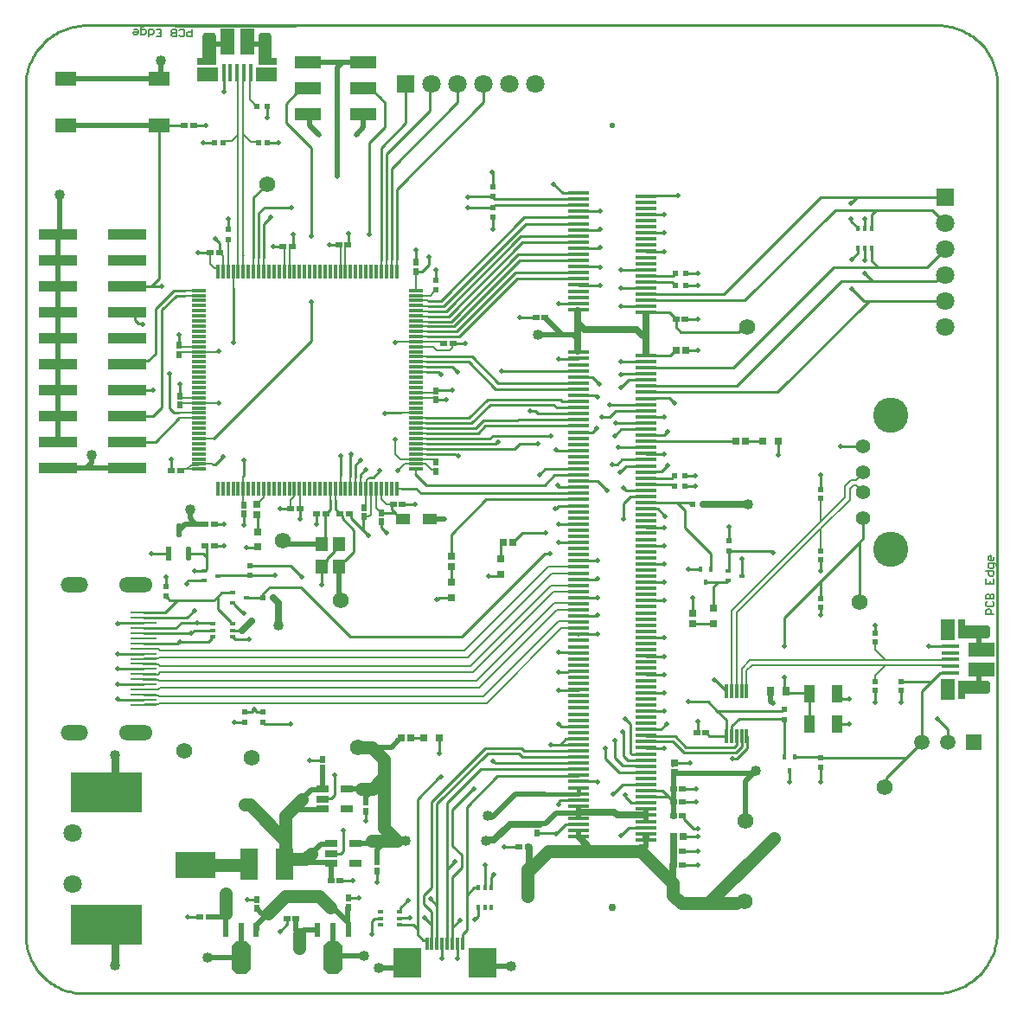
<source format=gtl>
G04*
G04 #@! TF.GenerationSoftware,Altium Limited,Altium Designer,20.0.11 (256)*
G04*
G04 Layer_Physical_Order=1*
G04 Layer_Color=255*
%FSLAX25Y25*%
%MOIN*%
G70*
G01*
G75*
%ADD11C,0.00591*%
%ADD15C,0.00394*%
%ADD16C,0.01000*%
%ADD17C,0.00600*%
%ADD33R,0.02165X0.02362*%
%ADD35R,0.04724X0.05512*%
%ADD41R,0.02362X0.02165*%
%ADD50R,0.01181X0.05512*%
%ADD51R,0.02267X0.05540*%
G04:AMPARAMS|DCode=52|XSize=55.4mil|YSize=22.67mil|CornerRadius=11.34mil|HoleSize=0mil|Usage=FLASHONLY|Rotation=90.000|XOffset=0mil|YOffset=0mil|HoleType=Round|Shape=RoundedRectangle|*
%AMROUNDEDRECTD52*
21,1,0.05540,0.00000,0,0,90.0*
21,1,0.03273,0.02267,0,0,90.0*
1,1,0.02267,0.00000,0.01636*
1,1,0.02267,0.00000,-0.01636*
1,1,0.02267,0.00000,-0.01636*
1,1,0.02267,0.00000,0.01636*
%
%ADD52ROUNDEDRECTD52*%
%ADD67C,0.06181*%
%ADD81R,0.01968X0.02362*%
%ADD82R,0.01968X0.01575*%
%ADD83R,0.02362X0.01968*%
%ADD84R,0.02362X0.05512*%
%ADD85R,0.02362X0.07087*%
G04:AMPARAMS|DCode=86|XSize=74.8mil|YSize=125.98mil|CornerRadius=0mil|HoleSize=0mil|Usage=FLASHONLY|Rotation=0.000|XOffset=0mil|YOffset=0mil|HoleType=Round|Shape=Octagon|*
%AMOCTAGOND86*
4,1,8,-0.01870,0.06299,0.01870,0.06299,0.03740,0.04429,0.03740,-0.04429,0.01870,-0.06299,-0.01870,-0.06299,-0.03740,-0.04429,-0.03740,0.04429,-0.01870,0.06299,0.0*
%
%ADD86OCTAGOND86*%

%ADD87R,0.14764X0.03937*%
%ADD88R,0.01575X0.06890*%
%ADD89R,0.05610X0.09843*%
%ADD90R,0.10000X0.05000*%
%ADD91R,0.02756X0.02559*%
%ADD92R,0.03150X0.03150*%
%ADD93R,0.02559X0.02756*%
%ADD94R,0.02559X0.02441*%
%ADD95R,0.02441X0.02559*%
%ADD96R,0.05118X0.02756*%
%ADD97R,0.05512X0.03937*%
%ADD98R,0.01378X0.05315*%
%ADD99R,0.05315X0.01378*%
%ADD100R,0.08300X0.05500*%
%ADD101R,0.03150X0.03150*%
%ADD102R,0.04331X0.06693*%
%ADD103R,0.27559X0.15748*%
%ADD104R,0.15748X0.09843*%
%ADD105R,0.01575X0.01968*%
%ADD106R,0.10630X0.11811*%
%ADD107R,0.01181X0.04724*%
%ADD108R,0.01575X0.02008*%
%ADD109R,0.07874X0.01378*%
%ADD110R,0.02756X0.03543*%
%ADD111R,0.02008X0.01575*%
%ADD112R,0.06890X0.01575*%
%ADD113R,0.09843X0.05610*%
%ADD114R,0.10236X0.01102*%
%ADD115R,0.02835X0.02717*%
%ADD116R,0.02717X0.02835*%
%ADD117R,0.07008X0.12402*%
%ADD118C,0.02000*%
%ADD119C,0.03000*%
%ADD120C,0.02500*%
%ADD121C,0.00700*%
%ADD122C,0.00800*%
%ADD123C,0.00500*%
%ADD124C,0.05000*%
%ADD125C,0.01500*%
%ADD126R,0.07874X0.05748*%
%ADD127R,0.05748X0.07874*%
%ADD128O,0.04724X0.06693*%
%ADD129O,0.03937X0.05512*%
%ADD130C,0.07087*%
%ADD131R,0.07087X0.07087*%
%ADD132C,0.02953*%
%ADD133C,0.02165*%
%ADD134C,0.05906*%
%ADD135R,0.05906X0.05906*%
%ADD136R,0.07087X0.07087*%
%ADD137O,0.06693X0.04724*%
%ADD138O,0.05512X0.03937*%
%ADD139C,0.05591*%
%ADD140C,0.13583*%
%ADD141O,0.10630X0.05906*%
%ADD142O,0.12992X0.05906*%
%ADD143C,0.02000*%
%ADD144C,0.04000*%
G36*
X68213Y360658D02*
Y368728D01*
X68221Y368882D01*
X68236Y369032D01*
X68254Y369102D01*
X68276Y369173D01*
X68319Y369315D01*
X68394Y369465D01*
X68476Y369602D01*
X68571Y369728D01*
X68673Y369847D01*
X68795Y369953D01*
X68925Y370051D01*
X69067Y370130D01*
X69213Y370201D01*
X69374Y370252D01*
X69496Y370276D01*
X69642Y370295D01*
X69787Y370303D01*
X71756D01*
X71925Y370295D01*
X72089Y370270D01*
X72244Y370228D01*
X72398Y370169D01*
X72524Y370102D01*
X72646Y370031D01*
X72774Y369935D01*
X72878Y369831D01*
X72980Y369721D01*
X73063Y369602D01*
X73150Y369465D01*
X73213Y369323D01*
X73260Y369197D01*
X73280Y369130D01*
X73295Y369063D01*
X73311Y368984D01*
X73327Y368902D01*
X73331Y368815D01*
Y368728D01*
Y360658D01*
Y357902D01*
X66146D01*
Y360658D01*
X68213D01*
D02*
G37*
G36*
X94787Y360658D02*
Y368728D01*
X94779Y368882D01*
X94764Y369032D01*
X94746Y369102D01*
X94724Y369173D01*
X94681Y369315D01*
X94606Y369465D01*
X94524Y369602D01*
X94429Y369728D01*
X94327Y369847D01*
X94205Y369953D01*
X94075Y370051D01*
X93933Y370130D01*
X93787Y370201D01*
X93626Y370252D01*
X93504Y370276D01*
X93358Y370295D01*
X93213Y370303D01*
X91244D01*
X91075Y370295D01*
X90911Y370270D01*
X90756Y370228D01*
X90602Y370169D01*
X90476Y370102D01*
X90354Y370031D01*
X90226Y369935D01*
X90122Y369831D01*
X90020Y369721D01*
X89937Y369602D01*
X89850Y369465D01*
X89787Y369323D01*
X89740Y369197D01*
X89720Y369130D01*
X89705Y369063D01*
X89689Y368984D01*
X89673Y368902D01*
X89669Y368815D01*
Y368728D01*
Y360658D01*
Y357902D01*
X96854D01*
Y360658D01*
X94787D01*
D02*
G37*
G36*
X362201Y115423D02*
X370272D01*
X370425Y115431D01*
X370575Y115447D01*
X370645Y115464D01*
X370717Y115486D01*
X370858Y115530D01*
X371008Y115604D01*
X371146Y115687D01*
X371272Y115781D01*
X371390Y115884D01*
X371496Y116006D01*
X371595Y116136D01*
X371673Y116278D01*
X371744Y116423D01*
X371795Y116585D01*
X371819Y116707D01*
X371839Y116852D01*
X371847Y116998D01*
Y118966D01*
X371839Y119136D01*
X371813Y119299D01*
X371772Y119455D01*
X371713Y119608D01*
X371646Y119734D01*
X371575Y119856D01*
X371478Y119984D01*
X371374Y120089D01*
X371264Y120191D01*
X371146Y120274D01*
X371008Y120360D01*
X370866Y120423D01*
X370740Y120470D01*
X370673Y120490D01*
X370606Y120506D01*
X370528Y120522D01*
X370445Y120537D01*
X370358Y120541D01*
X370272D01*
X362201D01*
X359445D01*
Y113356D01*
X362201D01*
Y115423D01*
D02*
G37*
G36*
X362201Y141998D02*
X370272D01*
X370425Y141990D01*
X370575Y141974D01*
X370645Y141957D01*
X370717Y141935D01*
X370858Y141892D01*
X371008Y141817D01*
X371146Y141734D01*
X371272Y141640D01*
X371390Y141537D01*
X371496Y141415D01*
X371595Y141285D01*
X371673Y141144D01*
X371744Y140998D01*
X371795Y140837D01*
X371819Y140715D01*
X371839Y140569D01*
X371847Y140423D01*
Y138455D01*
X371839Y138285D01*
X371813Y138122D01*
X371772Y137967D01*
X371713Y137813D01*
X371646Y137687D01*
X371575Y137565D01*
X371478Y137437D01*
X371374Y137333D01*
X371264Y137230D01*
X371146Y137148D01*
X371008Y137061D01*
X370866Y136998D01*
X370740Y136951D01*
X370673Y136931D01*
X370606Y136915D01*
X370528Y136900D01*
X370445Y136884D01*
X370358Y136880D01*
X370272D01*
X362201D01*
X359445D01*
Y144065D01*
X362201D01*
Y141998D01*
D02*
G37*
D11*
X64079Y371642D02*
Y368690D01*
X62603D01*
X62111Y369182D01*
Y370166D01*
X62603Y370658D01*
X64079D01*
X59159Y369182D02*
X59651Y368690D01*
X60635D01*
X61127Y369182D01*
Y371150D01*
X60635Y371642D01*
X59651D01*
X59159Y371150D01*
X58175Y368690D02*
Y371642D01*
X56699D01*
X56207Y371150D01*
Y370658D01*
X56699Y370166D01*
X58175D01*
X56699D01*
X56207Y369674D01*
Y369182D01*
X56699Y368690D01*
X58175D01*
X50304D02*
X52271D01*
Y371642D01*
X50304D01*
X52271Y370166D02*
X51288D01*
X47352Y368690D02*
Y371642D01*
X48828D01*
X49320Y371150D01*
Y370166D01*
X48828Y369674D01*
X47352D01*
X45384Y372626D02*
X44892D01*
X44400Y372134D01*
Y369674D01*
X45876D01*
X46368Y370166D01*
Y371150D01*
X45876Y371642D01*
X44400D01*
X41940D02*
X42924D01*
X43416Y371150D01*
Y370166D01*
X42924Y369674D01*
X41940D01*
X41448Y370166D01*
Y370658D01*
X43416D01*
X373185Y146132D02*
X370233D01*
Y147608D01*
X370725Y148100D01*
X371709D01*
X372201Y147608D01*
Y146132D01*
X370725Y151052D02*
X370233Y150560D01*
Y149576D01*
X370725Y149084D01*
X372693D01*
X373185Y149576D01*
Y150560D01*
X372693Y151052D01*
X370233Y152035D02*
X373185D01*
Y153511D01*
X372693Y154003D01*
X372201D01*
X371709Y153511D01*
Y152035D01*
Y153511D01*
X371217Y154003D01*
X370725D01*
X370233Y153511D01*
Y152035D01*
Y159907D02*
Y157939D01*
X373185D01*
Y159907D01*
X371709Y157939D02*
Y158923D01*
X370233Y162859D02*
X373185D01*
Y161383D01*
X372693Y160891D01*
X371709D01*
X371217Y161383D01*
Y162859D01*
X374169Y164827D02*
Y165319D01*
X373677Y165811D01*
X371217D01*
Y164335D01*
X371709Y163843D01*
X372693D01*
X373185Y164335D01*
Y165811D01*
Y168271D02*
Y167287D01*
X372693Y166795D01*
X371709D01*
X371217Y167287D01*
Y168271D01*
X371709Y168762D01*
X372201D01*
Y166795D01*
D15*
X57386Y372665D02*
X104236D01*
X374209Y105974D02*
Y152825D01*
D16*
X91500Y104484D02*
Y104532D01*
Y104484D02*
X91984Y104000D01*
X102000D01*
X84469Y104500D02*
X84500Y104532D01*
X80500Y104500D02*
X84469D01*
X84500Y108468D02*
X84531Y108500D01*
X86952D02*
X87952Y109500D01*
X84531Y108500D02*
X86952D01*
X87952Y109500D02*
X88000D01*
X89048Y108468D02*
X91500D01*
X88016Y109500D02*
X89048Y108468D01*
X54000Y152835D02*
Y153032D01*
Y152835D02*
X54484Y152350D01*
X54681D01*
X55532Y151500D01*
X58500D01*
X53716Y146716D02*
X58500Y151500D01*
X54000Y156968D02*
Y160500D01*
X54000Y160500D01*
X69622Y168171D02*
Y172500D01*
X239024Y271760D02*
X239055Y271791D01*
X229433Y278900D02*
X239033D01*
X229433Y271760D02*
X239024D01*
X229433Y264751D02*
X239009D01*
X212988Y273000D02*
X221500D01*
X229588Y243495D02*
X239005D01*
X212921Y237500D02*
X218500D01*
X250689Y89500D02*
X251189Y89000D01*
X212965Y138500D02*
X220500D01*
X212961Y152500D02*
X220500D01*
X212827Y138362D02*
X212965Y138500D01*
X102673Y288000D02*
X103000Y288327D01*
X101732Y187000D02*
X102000Y186732D01*
X183453Y161000D02*
X183500Y161047D01*
X159500Y97953D02*
X160047Y98500D01*
X94000Y156500D02*
X106000D01*
X125000Y137500D02*
X168000D01*
X106000Y156500D02*
X125000Y137500D01*
X91531Y154032D02*
X94000Y156500D01*
X91531Y152500D02*
Y154032D01*
X79740Y137441D02*
X79937D01*
X80224Y137153D01*
Y137086D02*
Y137153D01*
Y137086D02*
X80810Y136500D01*
X86000D01*
X79740Y140000D02*
X83500D01*
X73984Y152984D02*
X75468Y154469D01*
X72500Y151500D02*
X73984Y152984D01*
X79543Y142559D02*
X79740D01*
X79256Y142847D02*
X79543Y142559D01*
X79256Y142847D02*
Y143043D01*
X73984Y148315D02*
X79256Y143043D01*
X73984Y148315D02*
Y152984D01*
X59500Y135500D02*
X70319D01*
X72063Y137441D02*
X72260D01*
X71776Y137153D02*
X72063Y137441D01*
X71776Y136957D02*
Y137153D01*
X70319Y135500D02*
X71776Y136957D01*
X63729Y138871D02*
X63800Y138800D01*
X45465Y138842D02*
X45493Y138871D01*
X63729D01*
X65000Y140000D02*
X72260D01*
X63900Y138900D02*
X65000Y140000D01*
X71973Y142847D02*
X72260Y142559D01*
X71343Y142847D02*
X71973D01*
X71190Y143000D02*
X71343Y142847D01*
X65996Y143000D02*
X71190D01*
X57811Y140811D02*
X60000Y143000D01*
X65996D01*
X45465Y144748D02*
X62248D01*
X65000Y147500D01*
X63800Y138800D02*
X63900Y138900D01*
X45465Y146716D02*
X53716D01*
X58500Y151500D02*
X72500D01*
X276000Y167500D02*
X276059Y167441D01*
Y161000D02*
Y167441D01*
X318500Y271500D02*
X323000Y267000D01*
X325000D01*
X320904Y287223D02*
X320941Y287260D01*
X320904Y285404D02*
Y287223D01*
X318500Y283000D02*
X320904Y285404D01*
X314500Y274500D02*
X326500D01*
X323500Y277500D02*
X326500Y274500D01*
X323500Y282500D02*
Y287260D01*
X92968Y337531D02*
Y342000D01*
Y337531D02*
X93000Y337500D01*
X79941Y150531D02*
X80158D01*
X80445Y150244D01*
Y149785D02*
Y150244D01*
Y149785D02*
X83729Y146500D01*
X253811Y60500D02*
X259000D01*
X192650Y296650D02*
X213016D01*
X161000Y265000D02*
X192650Y296650D01*
X160000Y267000D02*
X192012Y299012D01*
X213016D01*
X87831Y306831D02*
X93000Y312000D01*
X87831Y283425D02*
Y306831D01*
X239189Y201169D02*
X245169D01*
X247500Y203500D01*
X306500Y146000D02*
Y148470D01*
X292547Y116000D02*
X302000D01*
X292500Y116047D02*
Y122000D01*
Y145000D02*
X306500Y159000D01*
X321500Y174000D01*
X306500Y152173D02*
Y159000D01*
Y163000D02*
Y167327D01*
X327500Y139238D02*
Y142000D01*
Y139238D02*
X327738Y139000D01*
X327587Y138848D02*
X327738Y139000D01*
X45388Y125038D02*
X45413Y125012D01*
X35381Y119053D02*
X35486Y119158D01*
X205500Y104000D02*
X205586D01*
X206586Y103000D01*
X212965D01*
X84000Y199500D02*
Y205500D01*
X134000Y199000D02*
X136500Y201500D01*
X132500Y199000D02*
X134000D01*
X105732Y182925D02*
Y187000D01*
X105721Y182913D02*
X105732Y182925D01*
X66500Y285500D02*
X71268D01*
X213016Y81689D02*
X220311D01*
X220500Y81500D01*
X230000Y80500D02*
X238992D01*
X226500Y77000D02*
X230000Y80500D01*
X238992D02*
X239000Y80508D01*
X98000Y187000D02*
X101732D01*
X102000Y186732D02*
X102268Y187000D01*
X89500Y177952D02*
Y184130D01*
X89000Y184630D02*
X89500Y184130D01*
X89453Y172000D02*
X89500Y172047D01*
X85000Y172000D02*
X89453D01*
X102032Y164969D02*
X106500Y160500D01*
X86500Y164969D02*
X102032D01*
X158000Y232232D02*
X158268Y232500D01*
X164500D01*
X150367Y278135D02*
X152635D01*
X150331Y278098D02*
X150367Y278135D01*
X155500Y281000D02*
Y284000D01*
X152635Y278135D02*
X155500Y281000D01*
X117000Y288500D02*
X120768D01*
X95500Y288000D02*
X99268D01*
X72000Y204000D02*
X73000D01*
X76000Y207000D01*
X133500Y23000D02*
Y28000D01*
X134500Y29000D02*
X136760D01*
X133500Y28000D02*
X134500Y29000D01*
X117776Y54000D02*
X121500D01*
X122500Y55000D02*
Y63000D01*
X121500Y54000D02*
X122500Y55000D01*
X76382Y347618D02*
Y354850D01*
Y347618D02*
X76500Y347500D01*
X62500Y29500D02*
X67268D01*
X85503Y36232D02*
X89000D01*
X85271Y36000D02*
X85503Y36232D01*
X100768Y26768D02*
Y29000D01*
X98000Y24000D02*
X100768Y26768D01*
X124283Y36735D02*
X124548Y37000D01*
X128500D01*
X135500Y43000D02*
Y47268D01*
X121232Y43500D02*
X126000D01*
X131000Y66500D02*
Y70268D01*
X119000Y83914D02*
X119125Y84039D01*
X119000Y76500D02*
Y83914D01*
X114276Y75000D02*
X114524Y75249D01*
X117749D01*
X119000Y76500D01*
X114268Y90000D02*
X114500Y90232D01*
X109500Y90000D02*
X114268D01*
X124232Y288500D02*
X124500Y288768D01*
Y293000D01*
X103000Y288327D02*
Y292500D01*
X59000Y249732D02*
Y254000D01*
X59500Y230232D02*
Y235000D01*
X56000Y201768D02*
X56268Y201500D01*
X56000Y201768D02*
Y206000D01*
X114154Y157653D02*
Y164669D01*
X114000Y157500D02*
X114154Y157653D01*
X84000Y180500D02*
Y184768D01*
X112000Y184732D02*
X112268Y185000D01*
X112000Y181000D02*
Y184732D01*
X130000Y178500D02*
X132000Y176500D01*
X125427Y183073D02*
X130000Y178500D01*
Y183268D02*
X130500Y183768D01*
X130000Y178500D02*
Y183268D01*
X132000Y176500D02*
X132000D01*
X125427Y183073D02*
Y184306D01*
X137000Y179500D02*
Y181768D01*
Y179500D02*
X139000Y177500D01*
X145232Y188500D02*
X150000D01*
X158000Y228768D02*
X158232Y229000D01*
X162000D01*
X164732Y250500D02*
X169500D01*
X158000Y274969D02*
X158000Y274969D01*
X158000Y274969D02*
Y279000D01*
X150500Y281732D02*
Y286500D01*
X74732Y285500D02*
Y289268D01*
X73000Y291000D02*
X74732Y289268D01*
X78000Y294468D02*
Y298500D01*
X78000Y298500D02*
X78000Y298500D01*
X68500Y328000D02*
X72827D01*
X64732Y334500D02*
X69500D01*
X93173Y328000D02*
X97500D01*
X104252Y346752D02*
Y347000D01*
X100500Y335500D02*
Y343000D01*
X104252Y347000D02*
X106252Y349000D01*
X100500Y343000D02*
X104252Y346752D01*
X106252Y349000D02*
X111252D01*
X100500Y335500D02*
X110000Y326000D01*
Y292000D02*
Y326000D01*
X136674Y345074D02*
X138500Y343248D01*
Y334000D02*
Y343248D01*
X132748Y349000D02*
X136674Y345074D01*
X136674D01*
X127748Y349000D02*
X132748D01*
X132500Y328000D02*
X138500Y334000D01*
X132500Y292500D02*
Y328000D01*
X137000Y326000D02*
X146500Y335500D01*
X137000Y282500D02*
Y326000D01*
X146500Y335500D02*
Y350500D01*
X124732Y185000D02*
X125427Y184306D01*
X114154Y164669D02*
X116016Y166532D01*
Y167516D01*
X118984Y170484D01*
Y171468D02*
X120846Y173331D01*
X118984Y170484D02*
Y171468D01*
X144335Y98500D02*
X144532D01*
X143850Y98016D02*
X144335Y98500D01*
X143850Y97819D02*
Y98016D01*
X159500Y92500D02*
Y97953D01*
X138500Y223500D02*
X138691Y223691D01*
X139398D01*
X139412Y223705D02*
X144705D01*
X139398Y223691D02*
X139412Y223705D01*
X110000Y251500D02*
Y266500D01*
X72500Y214000D02*
X110000Y251500D01*
X48500Y272500D02*
X52500D01*
X39075D02*
X48500D01*
X51450Y275450D02*
Y334650D01*
X48500Y272500D02*
X51450Y275450D01*
X121319Y199500D02*
Y207343D01*
X80000Y251000D02*
Y272000D01*
X50000Y264000D02*
X57000Y271000D01*
X50000Y246500D02*
Y264000D01*
X57000Y271000D02*
X61500D01*
X39075Y232500D02*
X49000D01*
X57206Y223789D02*
X59059D01*
X59083Y223814D01*
X55500Y225496D02*
X57206Y223789D01*
X55500Y225496D02*
Y239000D01*
X39075Y262500D02*
X40489D01*
X41958Y261032D01*
Y259617D02*
Y261032D01*
Y259617D02*
X43520Y258055D01*
X44945D01*
X45000Y258000D01*
X58000Y269000D02*
X61500D01*
X52500Y226000D02*
Y263500D01*
X58000Y269000D01*
X49000Y222500D02*
X52500Y226000D01*
X39075Y222500D02*
X49000D01*
X72732Y181000D02*
X76500D01*
X72378D02*
X72732D01*
Y172500D02*
X76500D01*
X72378D02*
X72732D01*
X47273Y243773D02*
X50000Y246500D01*
X39075Y242500D02*
X40348Y243773D01*
X47273D01*
X50000Y212500D02*
X59250Y221750D01*
X39075Y212500D02*
X50000D01*
X51600Y334500D02*
X61268D01*
X51450Y334650D02*
X51600Y334500D01*
X139000Y282831D02*
Y323500D01*
X155684Y340184D01*
Y349684D01*
X141000Y283000D02*
Y318000D01*
X166500Y343500D02*
Y350500D01*
X141000Y318000D02*
X166500Y343500D01*
X143000Y283000D02*
Y310000D01*
X176500Y343500D02*
Y350500D01*
X143000Y310000D02*
X176500Y343500D01*
X155684Y349684D02*
X156500Y350500D01*
X91801Y296583D02*
X94552Y299334D01*
X91801Y283588D02*
Y296583D01*
X92000Y303000D02*
X102500D01*
X89839Y300839D02*
X92000Y303000D01*
X89839Y283465D02*
Y300839D01*
X170531Y302969D02*
X180000D01*
X170500Y303000D02*
X170531Y302969D01*
Y307031D02*
X180000D01*
X170500Y307000D02*
X170531Y307031D01*
X180000Y302969D02*
Y303165D01*
X180484Y303650D01*
X180681D01*
X180768Y303736D01*
X213016D01*
X180000Y306835D02*
X180736Y306098D01*
X180000Y294500D02*
X180000Y294500D01*
X180000Y294500D02*
Y299031D01*
X179875Y316354D02*
X180000Y316229D01*
Y310968D02*
Y316229D01*
X180736Y306098D02*
X213016D01*
X84118Y352433D02*
Y354591D01*
X83831Y354878D02*
X84118Y354591D01*
X274051Y234051D02*
X314500Y274500D01*
X239000Y234051D02*
X274051D01*
X119327Y186882D02*
X121209Y185000D01*
X119327Y186882D02*
Y190173D01*
X121209Y185000D02*
X121268D01*
X115791D02*
X117358Y186567D01*
Y190142D01*
X115732Y185000D02*
X115791D01*
X121268D02*
X121944Y184323D01*
Y183055D02*
Y184323D01*
Y183055D02*
X126500Y178500D01*
X115500Y174677D02*
Y184768D01*
X114154Y173331D02*
X115500Y174677D01*
Y184768D02*
X115732Y185000D01*
X126500Y170323D02*
Y178500D01*
X120846Y164669D02*
Y165063D01*
X122709Y166925D01*
X123102D01*
X126500Y170323D01*
X142362Y185232D02*
X144595Y183000D01*
X144988D01*
X141229Y187961D02*
X141768Y188500D01*
X141229Y186365D02*
Y187961D01*
Y186365D02*
X142362Y185232D01*
X137000D02*
X142362D01*
X137000D02*
Y185291D01*
X150331Y194669D02*
X152287Y192713D01*
X144669Y194669D02*
X150331D01*
X152287Y192713D02*
X213016D01*
X150250Y200250D02*
X154500Y196000D01*
X200000D01*
X205023Y209248D02*
X213016D01*
X204771Y209500D02*
X205023Y209248D01*
X204500Y209500D02*
X204771D01*
X129169Y198831D02*
Y200169D01*
X131000Y202000D01*
X127201Y203701D02*
X129000Y205500D01*
X127201Y198799D02*
Y203701D01*
X125309Y207809D02*
X125500Y208000D01*
X125309Y207102D02*
Y207809D01*
X125232Y207025D02*
X125309Y207102D01*
X125232Y199268D02*
Y207025D01*
X188500Y210000D02*
X190500Y212000D01*
X197500D01*
X154500Y210000D02*
X188500D01*
X200000Y196000D02*
X203799Y199799D01*
X155000Y267000D02*
X160000D01*
X155000Y265000D02*
X161000D01*
X155000Y263000D02*
X162000D01*
X190925Y291925D02*
X213016D01*
X162000Y263000D02*
X190925Y291925D01*
X155000Y261000D02*
X163000D01*
X191563Y289563D01*
X213016D01*
X155000Y259000D02*
X164000D01*
X189839Y284839D02*
X213016D01*
X164000Y259000D02*
X189839Y284839D01*
X154831Y257169D02*
X165169D01*
X190476Y282476D01*
X213016D01*
X166201Y255201D02*
X188752Y277752D01*
X154799Y255201D02*
X166201D01*
X188752Y277752D02*
X213016D01*
X167232Y253232D02*
X189390Y275390D01*
X154768Y253232D02*
X167232D01*
X189390Y275390D02*
X213016D01*
X183500Y240000D02*
X183543Y239957D01*
X213016D01*
X164500Y241500D02*
X166500Y239500D01*
X154500Y241500D02*
X164500D01*
X154500Y239500D02*
X159000D01*
X160135Y238365D01*
X172142Y245358D02*
X182268Y235232D01*
X154358Y245358D02*
X172142D01*
X182268Y235232D02*
X213016D01*
X154390Y243390D02*
X170610D01*
X181130Y232870D01*
X213016D01*
X170736Y221736D02*
X178000Y229000D01*
X154236Y221736D02*
X170736D01*
X178000Y229000D02*
X178552D01*
X178552Y229000D02*
X206000D01*
X178552Y229000D02*
X178552Y229000D01*
X206000D02*
X206854Y228146D01*
X171768Y219768D02*
X179000Y227000D01*
X203500D02*
X204716Y225783D01*
X179000Y227000D02*
X203500D01*
X154268Y219768D02*
X171768D01*
X173299Y217799D02*
X176500Y221000D01*
X154299Y217799D02*
X173299D01*
X154331Y215831D02*
X174331D01*
X177197Y218697D02*
X213016D01*
X174331Y215831D02*
X177197Y218697D01*
X166425Y207115D02*
X166625D01*
X165539Y208000D02*
X166425Y207115D01*
X154500Y208000D02*
X165539D01*
X225000Y226965D02*
X239000D01*
X154362Y213862D02*
X178862D01*
X180000Y215000D01*
X202500D01*
X181123Y211894D02*
X181729Y212500D01*
X154394Y211894D02*
X181123D01*
X181729Y212500D02*
X182000D01*
X194500Y224500D02*
X196500D01*
X197579Y223421D01*
X204716Y225783D02*
X213016D01*
X206854Y228146D02*
X213016D01*
X197579Y223421D02*
X213016D01*
X176500Y221000D02*
X189608D01*
X189667Y221059D01*
X213016D01*
X258768Y100500D02*
X259000Y100732D01*
Y105000D01*
X266500Y109000D02*
X270063Y105437D01*
Y99339D02*
Y105437D01*
X266500Y109000D02*
X291430D01*
X251765Y188424D02*
X254000Y186189D01*
X251020Y189169D02*
X251765Y188424D01*
X254000Y179500D02*
X263968Y169532D01*
X254000Y179500D02*
Y186189D01*
X256547Y188984D02*
X257031Y188500D01*
X255950Y188984D02*
X256547D01*
X255765Y189169D02*
X255950Y188984D01*
X251020Y189169D02*
X255765D01*
X325000Y267000D02*
X354500D01*
X239000Y231689D02*
X289689D01*
X325000Y267000D01*
X312000Y302000D02*
X334750D01*
X239000Y267122D02*
X277122D01*
X312000Y302000D01*
X289953Y207547D02*
Y213000D01*
Y207547D02*
X290000Y207500D01*
X277370Y213000D02*
X284047D01*
X284048Y213000D01*
X183000Y167452D02*
Y172635D01*
X183252Y172886D01*
Y173221D01*
X184031Y174000D01*
X184130D01*
X164000Y158452D02*
Y164630D01*
X164000Y164630D02*
X164000Y164630D01*
X159318Y152547D02*
X164000D01*
X158771Y152000D02*
X159318Y152547D01*
X158500Y152000D02*
X158771D01*
X178500Y161000D02*
X182453D01*
X292500Y116047D02*
X292547Y116000D01*
X314815Y113500D02*
X317500D01*
X312815Y115500D02*
X314815Y113500D01*
X337500Y112188D02*
Y116827D01*
X327500Y112000D02*
Y116827D01*
X272638Y241138D02*
X311500Y280000D01*
X239000Y241138D02*
X272638D01*
X311500Y280000D02*
X335500D01*
X239000Y269484D02*
X268984D01*
X306500Y307000D02*
X327500D01*
X268984Y269484D02*
X306500Y307000D01*
X200000Y169500D02*
X202000D01*
X168000Y137500D02*
X200000Y169500D01*
X212933Y155000D02*
X213016Y154917D01*
X213012Y162000D02*
X213016Y162004D01*
X306416Y170757D02*
X306500Y170673D01*
X345500Y116500D02*
X349173Y120173D01*
X352592Y123592D01*
X337500Y120173D02*
X349173D01*
X345500Y97000D02*
Y116500D01*
X352592Y123592D02*
X356394D01*
X253672Y93000D02*
X273813D01*
X239000Y97043D02*
X239162Y97206D01*
X273984Y99323D02*
X274000Y99339D01*
X272984Y95000D02*
X273984Y96000D01*
Y99323D01*
X254500Y95000D02*
X272984D01*
X275969Y99339D02*
X275984Y99323D01*
Y95172D02*
Y99323D01*
X273813Y93000D02*
X275984Y95172D01*
X239000Y99405D02*
X239189Y99217D01*
X243615D01*
X243626Y99205D01*
X239162Y97206D02*
X249466D01*
X243626Y99205D02*
X250294D01*
X254500Y95000D01*
X249466Y97206D02*
X253672Y93000D01*
X239000Y78146D02*
X245354D01*
X239000Y75783D02*
X247716D01*
X245354Y78146D02*
X247716Y75783D01*
X248780Y74721D01*
X248890D01*
X249610Y74000D01*
X256589Y64411D02*
X257500Y63500D01*
X253854Y67146D02*
X254766Y66234D01*
X254766D01*
X256589Y64411D01*
X257500Y63500D02*
X259000D01*
X253075Y68500D02*
X253134D01*
X253854Y67779D01*
Y67146D02*
Y67779D01*
X233579Y73421D02*
X239000D01*
X231000Y76500D02*
X231191Y76309D01*
Y75809D02*
X233579Y73421D01*
X231191Y75809D02*
Y76309D01*
X232472Y63972D02*
X239000D01*
X229500Y61000D02*
X232472Y63972D01*
X208154Y65153D02*
X213016D01*
X204500Y61500D02*
X208154Y65153D01*
X198000Y61768D02*
X204232D01*
X204500Y61500D01*
X253232Y79000D02*
X258500D01*
X278000Y94500D02*
Y99276D01*
X272500Y90500D02*
X272518Y90518D01*
X274018D01*
X278000Y94500D01*
X277937Y99339D02*
X278000Y99276D01*
X292016Y109287D02*
X292500Y109772D01*
X222270Y222174D02*
X225174D01*
X227602Y224602D02*
X239000D01*
X225174Y222174D02*
X227602Y224602D01*
X156500Y26500D02*
X156579Y26421D01*
Y19079D02*
Y26421D01*
X166421Y13579D02*
Y19079D01*
Y13579D02*
X166500Y13500D01*
X151000Y22811D02*
Y25000D01*
X154610Y19079D02*
Y20586D01*
X153134Y20677D02*
X154520D01*
X154610Y20586D01*
X151000Y22811D02*
X153134Y20677D01*
X144240Y26441D02*
X149559D01*
X151000Y25000D01*
Y75000D01*
X227000Y91000D02*
X230205Y87796D01*
X234977D01*
X227000Y91000D02*
Y97500D01*
X156500Y74000D02*
X177000Y94500D01*
X191000D02*
X192000Y93500D01*
X177000Y94500D02*
X191000D01*
X180995Y88776D02*
X213016D01*
X180000Y89500D02*
X180271D01*
X180995Y88776D01*
X190000Y92500D02*
X191362Y91138D01*
X178000Y92500D02*
X190000D01*
X191362Y91138D02*
X213016D01*
X158547Y73047D02*
X178000Y92500D01*
X192000Y93500D02*
X213016D01*
X244753Y101753D02*
X247000Y104000D01*
X265724Y121000D02*
X270063Y116661D01*
X265500Y121000D02*
X265724D01*
X69157Y162969D02*
X69622Y163433D01*
X65000Y163000D02*
X65031Y162969D01*
X68941D01*
X50478Y134957D02*
X50521Y135000D01*
X45465Y134906D02*
X45516Y134957D01*
X50521Y135000D02*
X58729D01*
X45516Y134957D02*
X50478D01*
X58729Y135000D02*
X59229Y135500D01*
X45465Y140811D02*
X57811D01*
X231000Y105729D02*
X233000Y103729D01*
X231000Y105729D02*
Y106000D01*
X219958Y166728D02*
X220229Y167000D01*
X213016Y166728D02*
X219958D01*
X219642Y159642D02*
X220000Y160000D01*
X213016Y159642D02*
X219642D01*
X219698Y145468D02*
X220229Y146000D01*
X213016Y145468D02*
X219698D01*
X220229Y146000D02*
X220500D01*
X213016Y209248D02*
X213140Y209124D01*
X220229Y167000D02*
X220500D01*
X204000Y187000D02*
X204524D01*
X205512Y187988D01*
X203799Y199799D02*
X213016D01*
X205000Y195650D02*
Y196000D01*
Y195650D02*
X205575Y195075D01*
X246500Y184000D02*
X246500D01*
X239000Y186807D02*
X239027Y186780D01*
X243720D01*
X246500Y184000D01*
X230500Y195000D02*
X231606Y193894D01*
X239000D01*
X226000Y204000D02*
X228000D01*
X229705Y205705D01*
X239047Y215200D02*
X246200D01*
X247500Y216500D01*
X239000Y215154D02*
X239047Y215200D01*
X227070Y215000D02*
X229586Y217516D01*
X227000Y215000D02*
X227070D01*
X213016Y216335D02*
X218335D01*
X220000Y218000D01*
X213016Y230508D02*
X213024Y230500D01*
X219729D01*
X220229Y230000D01*
X220500D01*
X218500Y237500D02*
X221000Y235000D01*
X248129Y229372D02*
X250000Y227500D01*
X239045Y229372D02*
X248129D01*
X239000Y229327D02*
X239045Y229372D01*
X229500Y233500D02*
X232413Y236413D01*
X239000D01*
Y243500D02*
X239005Y243495D01*
X221017Y294287D02*
X221229Y294500D01*
X213016Y294287D02*
X221017D01*
X220930Y287201D02*
X221229Y287500D01*
X213016Y287201D02*
X220930D01*
X213016Y280114D02*
X221386D01*
X221500Y280000D01*
X239000Y264760D02*
X239009Y264751D01*
X239000Y271847D02*
X239055Y271791D01*
X239000Y278933D02*
X239033Y278900D01*
X212988Y273000D02*
X213016Y273028D01*
X221229Y287500D02*
X221500D01*
X213016Y301374D02*
X213079Y301437D01*
X221437D01*
X221500Y301500D01*
X221229Y294500D02*
X221500D01*
X250000Y88811D02*
X250689Y89500D01*
X249151Y87962D02*
X250000Y88811D01*
X203500Y312000D02*
X207039Y308461D01*
X213016D01*
X75468Y154469D02*
X79941D01*
X276824Y257000D02*
X278000D01*
X274824Y255000D02*
X276824Y257000D01*
X252500Y255000D02*
X274824D01*
X250630Y256870D02*
Y260000D01*
Y256870D02*
X252500Y255000D01*
X306409Y91059D02*
X306500D01*
X296468D02*
X306409D01*
X292500Y91091D02*
X292531Y91059D01*
X292441Y105420D02*
X292500Y105360D01*
Y91091D02*
Y105360D01*
X291717Y109287D02*
X292016D01*
X291430Y109000D02*
X291717Y109287D01*
X275000Y106000D02*
X292500D01*
X263000Y112500D02*
X266500Y109000D01*
X285198Y170531D02*
X285229Y170500D01*
X287729Y170000D02*
X288000D01*
X287229Y170500D02*
X287729Y170000D01*
X285229Y170500D02*
X287229D01*
X271000Y170531D02*
X285198D01*
X251189Y89000D02*
X256000D01*
X257000Y146370D02*
Y152500D01*
X255500Y112500D02*
X263000D01*
X212937Y247232D02*
Y247620D01*
Y247232D02*
X213016Y247154D01*
Y247043D02*
Y247154D01*
X239000Y245862D02*
X248571D01*
X249791Y247083D01*
X249850D01*
X250709Y247941D01*
Y248000D01*
X239000Y262398D02*
X248232D01*
X249850Y260780D01*
Y260720D02*
Y260780D01*
Y260720D02*
X250571Y260000D01*
X250630D01*
X158547Y33993D02*
Y73047D01*
X263539Y99339D02*
X270063D01*
X262362Y100516D02*
X263539Y99339D01*
X164500Y25500D02*
Y45000D01*
X168000Y48500D02*
Y53500D01*
X164500Y45000D02*
X168000Y48500D01*
X164500Y57000D02*
Y70914D01*
Y57000D02*
X168000Y53500D01*
X162500Y40000D02*
Y48000D01*
X165500Y51000D01*
X162500Y48000D02*
Y73500D01*
X159500Y83500D02*
X160000D01*
X151000Y75000D02*
X159500Y83500D01*
X83729Y146500D02*
X84000D01*
X48530Y169470D02*
X55260D01*
X48500Y169500D02*
X48530Y169470D01*
X205500Y73000D02*
Y74000D01*
X206102Y74602D01*
X213016D01*
X190268Y56500D02*
X190556D01*
X184500D02*
X190268D01*
X160516Y13516D02*
Y19079D01*
X160500Y13500D02*
X160516Y13516D01*
X233032Y191532D02*
X239000D01*
X230500Y189000D02*
X233032Y191532D01*
X230500Y183000D02*
Y189000D01*
X177350Y190350D02*
X213016D01*
X164000Y177000D02*
X177350Y190350D01*
X191370Y177500D02*
X200500D01*
X187870Y174000D02*
X187969D01*
X188748Y174779D01*
Y174878D01*
X191370Y177500D01*
X213016Y197437D02*
X220563D01*
X224000Y194000D01*
X164000Y168370D02*
Y177000D01*
X239000Y212791D02*
X273421D01*
X273630Y213000D01*
X177000Y40740D02*
Y49500D01*
X179559Y40740D02*
Y44914D01*
X180500Y45855D01*
Y46000D01*
X170000Y38000D02*
Y72000D01*
Y24500D02*
Y38000D01*
X174440Y40739D02*
X174441Y40740D01*
X172739Y40739D02*
X174440D01*
X170000Y38000D02*
X172739Y40739D01*
X168480Y22980D02*
X170000Y24500D01*
X168480Y19169D02*
Y22980D01*
X168390Y19079D02*
X168480Y19169D01*
X174441Y29941D02*
Y33260D01*
X173000Y28500D02*
X174441Y29941D01*
X144240Y31559D02*
X144309D01*
X144596Y31846D01*
Y33096D01*
X147500Y36000D01*
X144257Y29017D02*
X148123D01*
X144240Y29000D02*
X144257Y29017D01*
X162500Y19094D02*
Y40000D01*
X153900Y29100D02*
Y29300D01*
Y29100D02*
X156500Y26500D01*
Y31500D01*
X153500Y34500D02*
X156500Y31500D01*
X153500Y34500D02*
Y38000D01*
X148468Y98500D02*
X153548D01*
X164500Y25500D02*
X167323Y28323D01*
X167463D01*
X164500Y19126D02*
Y25500D01*
X170000Y72000D02*
X181862Y83862D01*
X156107Y36434D02*
X158547Y33993D01*
Y19079D02*
Y33993D01*
X153500Y38000D02*
X156500Y41000D01*
Y74000D01*
X162484Y19079D02*
X162500Y19094D01*
Y40000D02*
X162500Y40000D01*
X181862Y83862D02*
X213205D01*
X164453Y19079D02*
X164500Y19126D01*
Y70914D02*
X172586Y79000D01*
X162500Y73500D02*
X175413Y86413D01*
X172586Y79000D02*
X172638D01*
X306500Y194122D02*
Y200000D01*
X322917Y175417D02*
Y183221D01*
X321500Y174000D02*
X322917Y175417D01*
X292500Y134000D02*
Y145000D01*
X321500Y151000D02*
Y174000D01*
X206000Y96000D02*
X212878D01*
X202500D02*
X206000D01*
X208224Y98224D02*
X213016D01*
X206000Y96000D02*
X208224Y98224D01*
X212965Y103000D02*
X213016Y102949D01*
X223500Y90500D02*
Y94500D01*
X228768Y85232D02*
X239000D01*
X223500Y90500D02*
X228768Y85232D01*
X175413Y86413D02*
X213016D01*
Y84051D02*
X213205Y83862D01*
X198000Y200000D02*
X200161Y202161D01*
X231343Y203343D02*
X239000D01*
X229000Y201000D02*
X231343Y203343D01*
X229705Y205705D02*
X239000D01*
X200161Y202161D02*
X213016D01*
X238929Y210500D02*
X239000Y210429D01*
X228500Y210500D02*
X238929D01*
X229586Y217516D02*
X239000D01*
X238878Y220000D02*
X239000Y219878D01*
X227500Y220000D02*
X238878D01*
X212921Y237500D02*
X213016Y237595D01*
X230046Y238776D02*
X239000D01*
X229771Y238500D02*
X230046Y238776D01*
X229500Y238500D02*
X229771D01*
X238811Y87783D02*
X239000Y87594D01*
X234989Y87783D02*
X238811D01*
X234977Y87796D02*
X234989Y87783D01*
X230000Y100729D02*
Y101000D01*
X230500Y91500D02*
Y100229D01*
X230000Y100729D02*
X230500Y100229D01*
Y91500D02*
X232043Y89957D01*
X239000D01*
X233000Y92905D02*
Y103729D01*
X233586Y92319D02*
X239000D01*
X233000Y92905D02*
X233586Y92319D01*
X35771Y113500D02*
X36019Y113252D01*
X45465D01*
X35500Y113500D02*
X35771D01*
X45413Y119106D02*
X45465Y119158D01*
X40451Y119106D02*
X45413D01*
X40397Y119053D02*
X40451Y119106D01*
X35500Y119053D02*
X40397D01*
X35500Y125038D02*
X45388D01*
X35643Y130968D02*
X45465D01*
X35500Y130825D02*
X35643Y130968D01*
X35771Y142500D02*
X36050Y142780D01*
X45465D01*
X35500Y142500D02*
X35771D01*
X45465Y130968D02*
X45491Y130942D01*
X35334Y125038D02*
X35372Y125000D01*
X45413Y125012D02*
X45465Y125063D01*
X326500Y274500D02*
X350871D01*
X320941Y287063D02*
Y287260D01*
X323500Y294740D02*
Y298500D01*
X318125Y297674D02*
Y298375D01*
Y297674D02*
X321000Y294799D01*
X318000Y304500D02*
X318000D01*
X320500Y307000D01*
X327500D02*
X354500D01*
X62021Y157771D02*
Y158521D01*
X62532Y159031D01*
X68941D01*
X95912Y161047D02*
X96025Y161160D01*
X86500Y161047D02*
X95912D01*
X69622Y163433D02*
Y168171D01*
X62740Y169470D02*
X68323D01*
X69622Y168171D01*
X74059Y161000D02*
X74106Y161047D01*
X86500D01*
X85059Y152500D02*
X91047D01*
X91047Y152500D01*
X239000Y307279D02*
X239189Y307469D01*
X242991D01*
X243023Y307500D01*
X251500D01*
X335500Y280000D02*
X347500D01*
X326059Y282441D02*
X328500Y280000D01*
X347500D02*
X354500Y287000D01*
X353371Y277000D02*
X354500D01*
X350871Y274500D02*
X353371Y277000D01*
X326059Y282441D02*
Y287260D01*
X334750Y302000D02*
X349500D01*
X326059Y294740D02*
Y300309D01*
X327750Y302000D01*
X320941Y294740D02*
X321000Y294799D01*
X349500Y302000D02*
X354500Y297000D01*
X239000Y274209D02*
X249265D01*
X249850Y273623D01*
Y273484D02*
Y273623D01*
Y273484D02*
X250335Y273000D01*
X250532D01*
X239000Y276571D02*
X249406D01*
X250335Y277500D01*
X250532D01*
X239000Y196256D02*
X249079D01*
X249835Y195500D01*
X250031D01*
X239000Y198618D02*
X248953D01*
X249835Y199500D01*
X250031D01*
X355500Y97000D02*
Y102000D01*
X351500Y106000D02*
X355500Y102000D01*
X272031Y99339D02*
Y103032D01*
X275000Y106000D01*
X239000Y189169D02*
X251020D01*
X263968Y163559D02*
Y169532D01*
X271000Y163028D02*
Y170531D01*
X270941Y162969D02*
X271000Y163028D01*
X265000Y148453D02*
Y156500D01*
X266941Y158441D02*
X270134D01*
X265000Y156500D02*
X266941Y158441D01*
X262000D02*
X266941D01*
X270134D02*
X270724Y159031D01*
X270941D01*
X257000Y142630D02*
X264917D01*
X265000Y142548D01*
X302185Y104000D02*
Y115500D01*
X331000Y79500D02*
X331746Y80246D01*
Y83246D01*
X339469Y90969D01*
X306500D02*
X339469D01*
X345500Y97000D01*
X160516Y19079D02*
X160571Y19134D01*
X190500Y260500D02*
X196768D01*
X72378Y172500D02*
X72378Y172500D01*
X72378Y181000D02*
X72378Y181000D01*
X289453Y213000D02*
X289500Y212953D01*
X212957Y266000D02*
X213016Y265941D01*
X205500Y266000D02*
X212957D01*
X212827Y287012D02*
X213016Y287201D01*
X239000Y300193D02*
X239039Y300154D01*
X246000D01*
X239000Y293106D02*
X239029Y293077D01*
X246000D01*
X239000Y286020D02*
X239020Y286000D01*
X246000D01*
X254468Y273000D02*
X254468Y273000D01*
X259000D01*
X254468Y277500D02*
X259000D01*
X259000Y277500D01*
X254331Y248000D02*
X259000D01*
X254095Y260000D02*
X259000D01*
X239000Y222240D02*
X239058Y222182D01*
X246000D01*
X239000Y208067D02*
X239067Y208000D01*
X246000D01*
X239000Y200980D02*
X239189Y201169D01*
X239000Y179720D02*
X239050Y179671D01*
X246000D01*
X239000Y172634D02*
X239134Y172500D01*
X246000D01*
X239000Y165547D02*
X239047Y165500D01*
X246000D01*
X239000Y158461D02*
X239039Y158500D01*
X246000D01*
X239000Y151374D02*
X239126Y151500D01*
X246000D01*
X212835Y244500D02*
X213016Y244681D01*
X205500Y244500D02*
X212835D01*
X205575Y195075D02*
X213016D01*
X205512Y187988D02*
X213016D01*
X205683Y180902D02*
X213016D01*
X205572Y180790D02*
X205683Y180902D01*
X205563Y173815D02*
X213016D01*
X205553Y173825D02*
X205563Y173815D01*
X212961Y152500D02*
X213016Y152555D01*
X239000Y130114D02*
X239114Y130000D01*
X245500D01*
X239000Y137201D02*
X239001Y137202D01*
X245350D01*
X212827Y138193D02*
X213016Y138382D01*
X212827Y131484D02*
X213016Y131295D01*
X209009Y131484D02*
X212827D01*
X208993Y131500D02*
X209009Y131484D01*
X205500Y131500D02*
X208993D01*
X212827Y124020D02*
X213016Y124209D01*
X209013Y124020D02*
X212827D01*
X208993Y124000D02*
X209013Y124020D01*
X205500Y124000D02*
X208993D01*
X239000Y115941D02*
X239059Y116000D01*
X245500D01*
X239000Y123028D02*
X239028Y123000D01*
X245500D01*
X239000Y108854D02*
X245590D01*
X245644Y108800D01*
X239000Y101768D02*
X239015Y101753D01*
X244753D01*
X212894Y117000D02*
X213016Y117122D01*
X205500Y117000D02*
X212894D01*
X239000Y94681D02*
X239181Y94500D01*
X245500D01*
X212878Y96000D02*
X213016Y95862D01*
X253969Y195500D02*
X253969Y195500D01*
X258000D01*
X253969Y199500D02*
X253969Y199500D01*
X258000D01*
X322697Y211000D02*
X322917Y210780D01*
X314000Y211000D02*
X322697D01*
X271000Y174469D02*
X271000Y174469D01*
X271000Y174469D02*
Y180000D01*
X259972Y163500D02*
X260032Y163559D01*
X255500Y163500D02*
X259972D01*
X356222Y134000D02*
X356394Y133829D01*
X348000Y134000D02*
X356222D01*
X312815Y104000D02*
X317500D01*
X306500Y87032D02*
X306500Y87032D01*
Y81500D02*
Y87032D01*
X294500Y81500D02*
Y85941D01*
X253232Y74000D02*
X258500D01*
X253732Y55000D02*
X259000D01*
X253732Y49500D02*
X259000D01*
X31032Y26409D02*
X31441Y26000D01*
X0Y22500D02*
X22Y21504D01*
X88Y20511D01*
X198Y19521D01*
X352Y18537D01*
X550Y17561D01*
X790Y16594D01*
X1073Y15639D01*
X1398Y14698D01*
X1764Y13772D01*
X2171Y12863D01*
X2618Y11973D01*
X3104Y11104D01*
X3628Y10257D01*
X4189Y9434D01*
X4786Y8636D01*
X5417Y7866D01*
X6083Y7125D01*
X6780Y6414D01*
X7508Y5735D01*
X8265Y5088D01*
X9051Y4476D01*
X9862Y3899D01*
X10699Y3358D01*
X11559Y2855D01*
X12440Y2391D01*
X13340Y1966D01*
X14259Y1582D01*
X15194Y1238D01*
X16143Y937D01*
X17105Y678D01*
X18077Y461D01*
X19058Y288D01*
X20045Y159D01*
X21037Y73D01*
X22032Y31D01*
X374587Y350080D02*
X374566Y351071D01*
X374502Y352060D01*
X374395Y353045D01*
X374247Y354025D01*
X374056Y354997D01*
X373823Y355960D01*
X373549Y356913D01*
X373234Y357852D01*
X372879Y358778D01*
X372485Y359687D01*
X372052Y360578D01*
X371581Y361450D01*
X371072Y362300D01*
X370528Y363128D01*
X369948Y363932D01*
X369335Y364710D01*
X368688Y365461D01*
X368010Y366183D01*
X367301Y366876D01*
X366563Y367537D01*
X365797Y368166D01*
X365005Y368761D01*
X364188Y369321D01*
X363347Y369846D01*
X362485Y370335D01*
X361602Y370785D01*
X360701Y371197D01*
X359783Y371570D01*
X358850Y371903D01*
X357903Y372196D01*
X356944Y372447D01*
X355976Y372657D01*
X354999Y372825D01*
X354016Y372951D01*
X353029Y373034D01*
X352039Y373075D01*
X350500Y31D02*
X351505Y52D01*
X352508Y116D01*
X353507Y221D01*
X354501Y368D01*
X355488Y556D01*
X356467Y786D01*
X357435Y1056D01*
X358390Y1367D01*
X359332Y1718D01*
X360259Y2107D01*
X361168Y2536D01*
X362058Y3002D01*
X362928Y3505D01*
X363777Y4044D01*
X364602Y4617D01*
X365402Y5226D01*
X366176Y5867D01*
X366922Y6539D01*
X367640Y7243D01*
X368327Y7976D01*
X368983Y8738D01*
X369607Y9526D01*
X370197Y10339D01*
X370752Y11177D01*
X371272Y12037D01*
X371756Y12918D01*
X372201Y13818D01*
X372609Y14737D01*
X372978Y15672D01*
X373308Y16621D01*
X373597Y17583D01*
X373846Y18557D01*
X374054Y19541D01*
X374220Y20532D01*
X374345Y21529D01*
X374428Y22530D01*
X374469Y23535D01*
X24002Y373080D02*
X23014Y373080D01*
X22028Y373039D01*
X21044Y372957D01*
X20064Y372833D01*
X19091Y372669D01*
X18125Y372464D01*
X17168Y372219D01*
X16223Y371934D01*
X15291Y371610D01*
X14372Y371247D01*
X13470Y370846D01*
X12586Y370408D01*
X11720Y369932D01*
X10875Y369422D01*
X10052Y368876D01*
X9253Y368296D01*
X8479Y367683D01*
X7731Y367038D01*
X7011Y366363D01*
X6320Y365658D01*
X5658Y364925D01*
X5029Y364165D01*
X4431Y363379D01*
X3867Y362569D01*
X3337Y361735D01*
X2843Y360881D01*
X2384Y360006D01*
X1963Y359113D01*
X1580Y358204D01*
X1235Y357278D01*
X929Y356340D01*
X662Y355389D01*
X436Y354428D01*
X250Y353458D01*
X104Y352482D01*
X0Y351500D01*
X24002Y373080D02*
X352039D01*
X374565Y23867D02*
Y33358D01*
X22032Y31D02*
X350500D01*
X374555Y33557D02*
X374555Y350138D01*
X0Y22500D02*
Y351500D01*
D17*
X83894Y284536D02*
X84000Y284642D01*
X171300Y126300D02*
X202279Y157280D01*
X213016D01*
X201366Y164366D02*
X213016D01*
X169269Y132269D02*
X201366Y164366D01*
X50993Y115007D02*
X51446Y114553D01*
X45678Y115007D02*
X50993D01*
X45465Y115220D02*
X45678Y115007D01*
X45676Y111495D02*
X50995D01*
X45465Y111284D02*
X45676Y111495D01*
X206421Y140744D02*
X213016D01*
X177630Y111953D02*
X206421Y140744D01*
X212778Y143344D02*
X213016Y143106D01*
X205344Y143344D02*
X212778D01*
X176553Y114553D02*
X205344Y143344D01*
X51454Y111953D02*
X177630D01*
X50995Y111495D02*
X51454Y111953D01*
X51446Y114553D02*
X176553D01*
X45590Y121000D02*
X51000D01*
X45465Y121126D02*
X45590Y121000D01*
X45465Y117189D02*
X51030D01*
X204749Y147831D02*
X213016D01*
X174713Y117795D02*
X204749Y147831D01*
X212778Y150431D02*
X213016Y150193D01*
X203672Y150431D02*
X212778D01*
X173636Y120395D02*
X203672Y150431D01*
X51636Y117795D02*
X174713D01*
X51030Y117189D02*
X51636Y117795D01*
X51605Y120395D02*
X173636D01*
X51000Y121000D02*
X51605Y120395D01*
X45496Y127000D02*
X51000D01*
X45465Y127032D02*
X45496Y127000D01*
X45559Y123000D02*
X51000D01*
X45465Y123094D02*
X45559Y123000D01*
X203594Y154917D02*
X213016D01*
X172377Y123700D02*
X203594Y154917D01*
X51700Y123700D02*
X172377D01*
X51000Y123000D02*
X51700Y123700D01*
Y126300D02*
X171300D01*
X51000Y127000D02*
X51700Y126300D01*
X51731Y132269D02*
X169269D01*
X45465Y132937D02*
X45533Y132869D01*
X51131D01*
X51731Y132269D01*
X45568Y129103D02*
X51103D01*
X51669Y129668D02*
X170345D01*
X45465Y129000D02*
X45568Y129103D01*
X51103D02*
X51669Y129668D01*
X202677Y162000D02*
X213012D01*
X170345Y129668D02*
X202677Y162000D01*
X273816Y116846D02*
X274000Y116661D01*
D33*
X93173Y328000D02*
D03*
X89827D02*
D03*
X72827D02*
D03*
X76173D02*
D03*
D35*
X114154Y164669D02*
D03*
X120846D02*
D03*
Y173331D02*
D03*
X114154D02*
D03*
D41*
X327587Y135502D02*
D03*
Y138848D02*
D03*
X306500Y194122D02*
D03*
Y190776D02*
D03*
Y167327D02*
D03*
Y170673D02*
D03*
X327500Y116827D02*
D03*
Y120173D02*
D03*
X306500Y148827D02*
D03*
Y152173D02*
D03*
X337500Y116827D02*
D03*
Y120173D02*
D03*
D50*
X270063Y99339D02*
D03*
X272031D02*
D03*
X274000D02*
D03*
X275969D02*
D03*
X277937D02*
D03*
Y116661D02*
D03*
X275969D02*
D03*
X274000D02*
D03*
X272031D02*
D03*
X270063D02*
D03*
D51*
X55260Y169470D02*
D03*
D52*
X62740D02*
D03*
X59000Y178530D02*
D03*
D67*
X93000Y312000D02*
D03*
X99000Y174500D02*
D03*
X121500Y151500D02*
D03*
X278000Y257000D02*
D03*
X61000Y93500D02*
D03*
X277500Y66500D02*
D03*
X128000Y95000D02*
D03*
X321500Y151000D02*
D03*
X87000Y91000D02*
D03*
X277000Y35500D02*
D03*
X331000Y79500D02*
D03*
D81*
X54000Y156968D02*
D03*
Y153032D02*
D03*
X91500Y108468D02*
D03*
Y104532D02*
D03*
X84500Y108468D02*
D03*
Y104532D02*
D03*
X158000Y274969D02*
D03*
Y271031D02*
D03*
X78000Y294468D02*
D03*
Y290531D02*
D03*
X86500Y164969D02*
D03*
Y161031D02*
D03*
X180000Y310968D02*
D03*
Y307031D02*
D03*
X271000Y174469D02*
D03*
Y170531D02*
D03*
X306500Y87032D02*
D03*
Y90969D02*
D03*
X292441Y109357D02*
D03*
Y105420D02*
D03*
X180000Y299031D02*
D03*
Y302969D02*
D03*
D82*
X72260Y137441D02*
D03*
Y140000D02*
D03*
Y142559D02*
D03*
X79740D02*
D03*
Y140000D02*
D03*
Y137441D02*
D03*
X144240Y31559D02*
D03*
Y29000D02*
D03*
Y26441D02*
D03*
X136760D02*
D03*
Y29000D02*
D03*
Y31559D02*
D03*
D83*
X92968Y342000D02*
D03*
X89031D02*
D03*
X91531Y152500D02*
D03*
X95468D02*
D03*
X260968Y188500D02*
D03*
X257031D02*
D03*
X250031Y199500D02*
D03*
X253969D02*
D03*
X250031Y195500D02*
D03*
X253969D02*
D03*
X250532Y277500D02*
D03*
X254468D02*
D03*
X250532Y273000D02*
D03*
X254468D02*
D03*
D84*
X124311Y24500D02*
D03*
X112500D02*
D03*
X77095Y24480D02*
D03*
X88906D02*
D03*
D85*
X118405Y23713D02*
D03*
X83000Y23693D02*
D03*
D86*
X118405Y13870D02*
D03*
X83000Y13850D02*
D03*
D87*
X12500Y262500D02*
D03*
X39075D02*
D03*
X12500Y252500D02*
D03*
Y242500D02*
D03*
X39075Y252500D02*
D03*
Y242500D02*
D03*
X12500Y232500D02*
D03*
Y222500D02*
D03*
Y212500D02*
D03*
Y202500D02*
D03*
X39075Y232500D02*
D03*
Y222500D02*
D03*
Y212500D02*
D03*
Y202500D02*
D03*
Y272500D02*
D03*
Y282500D02*
D03*
Y292500D02*
D03*
X12500Y272500D02*
D03*
Y282500D02*
D03*
Y292500D02*
D03*
D88*
X81500Y354850D02*
D03*
X84059D02*
D03*
X86618D02*
D03*
X78941D02*
D03*
X76382D02*
D03*
D89*
X85289Y366957D02*
D03*
X77711D02*
D03*
D90*
X130248Y339000D02*
D03*
X108752D02*
D03*
X130248Y349000D02*
D03*
X108752D02*
D03*
X130248Y359000D02*
D03*
X108752D02*
D03*
D91*
X144630Y98500D02*
D03*
X148370D02*
D03*
X184130Y174000D02*
D03*
X187870D02*
D03*
X277370Y213000D02*
D03*
X273630D02*
D03*
D92*
X89500Y177952D02*
D03*
Y172047D02*
D03*
X183000Y167452D02*
D03*
Y161547D02*
D03*
X164000Y158452D02*
D03*
Y152547D02*
D03*
X265000Y142548D02*
D03*
Y148453D02*
D03*
D93*
X89000Y184630D02*
D03*
Y188370D02*
D03*
X164000Y164630D02*
D03*
Y168370D02*
D03*
X257000Y142630D02*
D03*
Y146370D02*
D03*
D94*
X124232Y288500D02*
D03*
X120768D02*
D03*
X102732Y288000D02*
D03*
X99268D02*
D03*
X70732Y29500D02*
D03*
X67268D02*
D03*
X104232Y29000D02*
D03*
X100768D02*
D03*
X117768Y43500D02*
D03*
X121232D02*
D03*
X164732Y250500D02*
D03*
X161268D02*
D03*
X74732Y285500D02*
D03*
X71268D02*
D03*
X56268Y201500D02*
D03*
X59732D02*
D03*
X115732Y185000D02*
D03*
X112268D02*
D03*
X121268D02*
D03*
X124732D02*
D03*
X145232Y188500D02*
D03*
X141768D02*
D03*
X61268Y334500D02*
D03*
X64732D02*
D03*
X105732Y187000D02*
D03*
X102268D02*
D03*
X69268Y172500D02*
D03*
X72732D02*
D03*
X69268Y181000D02*
D03*
X72732D02*
D03*
X262232Y100500D02*
D03*
X258768D02*
D03*
X253075Y79000D02*
D03*
X249610D02*
D03*
X253075Y68500D02*
D03*
X249610D02*
D03*
X253075Y74000D02*
D03*
X249610D02*
D03*
X190268Y56500D02*
D03*
X193732D02*
D03*
X254095Y260000D02*
D03*
X250630D02*
D03*
X196768Y260500D02*
D03*
X200232D02*
D03*
X253075Y49500D02*
D03*
X249610D02*
D03*
X253075Y55000D02*
D03*
X249610D02*
D03*
D95*
X150500Y281732D02*
D03*
Y278268D02*
D03*
X89000Y32768D02*
D03*
Y36232D02*
D03*
X124283Y33271D02*
D03*
Y36735D02*
D03*
X135500Y50732D02*
D03*
Y47268D02*
D03*
X131000Y73732D02*
D03*
Y70268D02*
D03*
X114500Y86768D02*
D03*
Y90232D02*
D03*
X130500Y183768D02*
D03*
Y187232D02*
D03*
X158000Y201268D02*
D03*
Y204732D02*
D03*
Y228768D02*
D03*
Y232232D02*
D03*
X59000Y249732D02*
D03*
Y246268D02*
D03*
X59500Y230232D02*
D03*
Y226768D02*
D03*
X137000Y181768D02*
D03*
Y185232D02*
D03*
X84000Y188232D02*
D03*
Y184768D02*
D03*
X197000Y61768D02*
D03*
Y65232D02*
D03*
D96*
X114276Y78740D02*
D03*
Y75000D02*
D03*
Y71260D02*
D03*
X123724D02*
D03*
Y78740D02*
D03*
X117776Y57740D02*
D03*
Y54000D02*
D03*
Y50260D02*
D03*
X127224D02*
D03*
Y57740D02*
D03*
D97*
X155618Y183000D02*
D03*
X145382D02*
D03*
D98*
X74051Y194669D02*
D03*
X76020D02*
D03*
X77988D02*
D03*
X79957D02*
D03*
X81925D02*
D03*
X83894D02*
D03*
X85862D02*
D03*
X87831D02*
D03*
X89799D02*
D03*
X91768D02*
D03*
X93736D02*
D03*
X95705D02*
D03*
X97673D02*
D03*
X99642D02*
D03*
X101610D02*
D03*
X103579D02*
D03*
X105547D02*
D03*
X107516D02*
D03*
X109484D02*
D03*
X111453D02*
D03*
X113421D02*
D03*
X115390D02*
D03*
X117358D02*
D03*
X119327D02*
D03*
X121295D02*
D03*
X123264D02*
D03*
X125232D02*
D03*
X127201D02*
D03*
X129169D02*
D03*
X131138D02*
D03*
X133106D02*
D03*
X135075D02*
D03*
X137043D02*
D03*
X139012D02*
D03*
X140980D02*
D03*
X142949D02*
D03*
Y278331D02*
D03*
X140980D02*
D03*
X139012D02*
D03*
X137043D02*
D03*
X135075D02*
D03*
X133106D02*
D03*
X131138D02*
D03*
X129169D02*
D03*
X127201D02*
D03*
X125232D02*
D03*
X123264D02*
D03*
X121295D02*
D03*
X119327D02*
D03*
X117358D02*
D03*
X115390D02*
D03*
X113421D02*
D03*
X111453D02*
D03*
X109484D02*
D03*
X107516D02*
D03*
X105547D02*
D03*
X103579D02*
D03*
X101610D02*
D03*
X99642D02*
D03*
X97673D02*
D03*
X95705D02*
D03*
X93736D02*
D03*
X91768D02*
D03*
X89799D02*
D03*
X87831D02*
D03*
X85862D02*
D03*
X83894D02*
D03*
X81925D02*
D03*
X79957D02*
D03*
X77988D02*
D03*
X76020D02*
D03*
X74051D02*
D03*
D99*
X150331Y202051D02*
D03*
Y204020D02*
D03*
Y205988D02*
D03*
Y207957D02*
D03*
Y209925D02*
D03*
Y211894D02*
D03*
Y213862D02*
D03*
Y215831D02*
D03*
Y217799D02*
D03*
Y219768D02*
D03*
Y221736D02*
D03*
Y223705D02*
D03*
Y225673D02*
D03*
Y227642D02*
D03*
Y229610D02*
D03*
Y231579D02*
D03*
Y233547D02*
D03*
Y235516D02*
D03*
Y237484D02*
D03*
Y239453D02*
D03*
Y241421D02*
D03*
Y243390D02*
D03*
Y245358D02*
D03*
Y247327D02*
D03*
Y249295D02*
D03*
Y251264D02*
D03*
Y253232D02*
D03*
Y255201D02*
D03*
Y257169D02*
D03*
Y259138D02*
D03*
Y261106D02*
D03*
Y263075D02*
D03*
Y265043D02*
D03*
Y267012D02*
D03*
Y268980D02*
D03*
Y270949D02*
D03*
X66669D02*
D03*
Y268980D02*
D03*
Y267012D02*
D03*
Y265043D02*
D03*
Y263075D02*
D03*
Y261106D02*
D03*
Y259138D02*
D03*
Y257169D02*
D03*
Y255201D02*
D03*
Y253232D02*
D03*
Y251264D02*
D03*
Y249295D02*
D03*
Y247327D02*
D03*
Y245358D02*
D03*
Y243390D02*
D03*
Y241421D02*
D03*
Y239453D02*
D03*
Y237484D02*
D03*
Y235516D02*
D03*
Y233547D02*
D03*
Y231579D02*
D03*
Y229610D02*
D03*
Y227642D02*
D03*
Y225673D02*
D03*
Y223705D02*
D03*
Y221736D02*
D03*
Y219768D02*
D03*
Y217799D02*
D03*
Y215831D02*
D03*
Y213862D02*
D03*
Y211894D02*
D03*
Y209925D02*
D03*
Y207957D02*
D03*
Y205988D02*
D03*
Y204020D02*
D03*
Y202051D02*
D03*
D100*
X15550Y334650D02*
D03*
X51450D02*
D03*
X15550Y352350D02*
D03*
X51450D02*
D03*
D101*
X284048Y213000D02*
D03*
X289953D02*
D03*
X159453Y98500D02*
D03*
X153548D02*
D03*
D102*
X312815Y115500D02*
D03*
X302185D02*
D03*
X312815Y104000D02*
D03*
X302185D02*
D03*
D103*
X31032Y26409D02*
D03*
Y77591D02*
D03*
D104*
X65480Y49638D02*
D03*
D105*
X179559Y33260D02*
D03*
X177000D02*
D03*
X174441D02*
D03*
Y40740D02*
D03*
X177000D02*
D03*
X179559D02*
D03*
X326059Y294740D02*
D03*
X323500D02*
D03*
X320941D02*
D03*
Y287260D02*
D03*
X323500D02*
D03*
X326059D02*
D03*
D106*
X175988Y11756D02*
D03*
X147012D02*
D03*
D107*
X162484Y19079D02*
D03*
X160516D02*
D03*
X158547D02*
D03*
X156579D02*
D03*
X154610D02*
D03*
X164453D02*
D03*
X166421D02*
D03*
X168390D02*
D03*
D108*
X294500Y85941D02*
D03*
X292531Y91059D02*
D03*
X296468D02*
D03*
X262000Y158441D02*
D03*
X260032Y163559D02*
D03*
X263968D02*
D03*
D109*
X213016Y60429D02*
D03*
X239000Y59248D02*
D03*
X213016Y62791D02*
D03*
X239000Y61610D02*
D03*
X213016Y65153D02*
D03*
X239000Y63972D02*
D03*
X213016Y67516D02*
D03*
X239000Y66335D02*
D03*
X213016Y69878D02*
D03*
X239000Y68697D02*
D03*
X213016Y72240D02*
D03*
X239000Y71059D02*
D03*
X213016Y74602D02*
D03*
X239000Y73421D02*
D03*
X213016Y76965D02*
D03*
X239000Y75783D02*
D03*
X213016Y79327D02*
D03*
X239000Y78146D02*
D03*
X213016Y81689D02*
D03*
X239000Y80508D02*
D03*
X213016Y84051D02*
D03*
X239000Y82870D02*
D03*
X213016Y86413D02*
D03*
X239000Y85232D02*
D03*
X213016Y88776D02*
D03*
X239000Y87594D02*
D03*
X213016Y91138D02*
D03*
X239000Y89957D02*
D03*
X213016Y93500D02*
D03*
X239000Y92319D02*
D03*
X213016Y95862D02*
D03*
X239000Y94681D02*
D03*
X213016Y98224D02*
D03*
X239000Y97043D02*
D03*
X213016Y100587D02*
D03*
X239000Y99405D02*
D03*
X213016Y102949D02*
D03*
X239000Y101768D02*
D03*
X213016Y105311D02*
D03*
X239000Y104130D02*
D03*
X213016Y107673D02*
D03*
X239000Y106492D02*
D03*
X213016Y110035D02*
D03*
X239000Y108854D02*
D03*
X213016Y112398D02*
D03*
X239000Y111216D02*
D03*
X213016Y114760D02*
D03*
X239000Y113579D02*
D03*
X213016Y117122D02*
D03*
X239000Y115941D02*
D03*
X213016Y119484D02*
D03*
X239000Y118303D02*
D03*
X213016Y121846D02*
D03*
X239000Y120665D02*
D03*
X213016Y124209D02*
D03*
X239000Y123028D02*
D03*
Y125390D02*
D03*
X213016Y126571D02*
D03*
X239000Y127752D02*
D03*
X213016Y128933D02*
D03*
X239000Y130114D02*
D03*
X213016Y131295D02*
D03*
X239000Y132476D02*
D03*
X213016Y133658D02*
D03*
X239000Y134839D02*
D03*
X213016Y136020D02*
D03*
X239000Y137201D02*
D03*
X213016Y138382D02*
D03*
X239000Y139563D02*
D03*
X213016Y140744D02*
D03*
X239000Y141925D02*
D03*
X213016Y143106D02*
D03*
X239000Y144287D02*
D03*
X213016Y145468D02*
D03*
X239000Y146650D02*
D03*
X213016Y147831D02*
D03*
X239000Y149012D02*
D03*
X213016Y150193D02*
D03*
X239000Y151374D02*
D03*
X213016Y152555D02*
D03*
X239000Y153736D02*
D03*
X213016Y154917D02*
D03*
X239000Y156098D02*
D03*
X213016Y157280D02*
D03*
X239000Y158461D02*
D03*
X213016Y159642D02*
D03*
X239000Y160823D02*
D03*
X213016Y162004D02*
D03*
X239000Y163185D02*
D03*
X213016Y164366D02*
D03*
X239000Y165547D02*
D03*
X213016Y166728D02*
D03*
X239000Y167909D02*
D03*
X213016Y169091D02*
D03*
X239000Y170272D02*
D03*
X213016Y171453D02*
D03*
X239000Y172634D02*
D03*
X213016Y173815D02*
D03*
X239000Y174996D02*
D03*
X213016Y176177D02*
D03*
X239000Y177358D02*
D03*
X213016Y178539D02*
D03*
X239000Y179720D02*
D03*
X213016Y180902D02*
D03*
X239000Y182083D02*
D03*
X213016Y183264D02*
D03*
X239000Y184445D02*
D03*
X213016Y185626D02*
D03*
X239000Y186807D02*
D03*
X213016Y187988D02*
D03*
X239000Y189169D02*
D03*
X213016Y190350D02*
D03*
X239000Y191532D02*
D03*
X213016Y192713D02*
D03*
X239000Y193894D02*
D03*
X213016Y195075D02*
D03*
X239000Y196256D02*
D03*
X213016Y197437D02*
D03*
X239000Y198618D02*
D03*
X213016Y199799D02*
D03*
X239000Y200980D02*
D03*
X213016Y202161D02*
D03*
X239000Y203343D02*
D03*
X213016Y204524D02*
D03*
X239000Y205705D02*
D03*
X213016Y206886D02*
D03*
X239000Y208067D02*
D03*
X213016Y209248D02*
D03*
X239000Y210429D02*
D03*
X213016Y211610D02*
D03*
X239000Y212791D02*
D03*
X213016Y213972D02*
D03*
X239000Y215154D02*
D03*
X213016Y216335D02*
D03*
X239000Y217516D02*
D03*
X213016Y218697D02*
D03*
X239000Y219878D02*
D03*
X213016Y221059D02*
D03*
X239000Y222240D02*
D03*
X213016Y223421D02*
D03*
X239000Y224602D02*
D03*
X213016Y225783D02*
D03*
X239000Y226965D02*
D03*
X213016Y228146D02*
D03*
X239000Y229327D02*
D03*
X213016Y230508D02*
D03*
X239000Y231689D02*
D03*
X213016Y232870D02*
D03*
X239000Y234051D02*
D03*
X213016Y235232D02*
D03*
X239000Y236413D02*
D03*
X213016Y237595D02*
D03*
X239000Y238776D02*
D03*
X213016Y239957D02*
D03*
X239000Y241138D02*
D03*
X213016Y242319D02*
D03*
X239000Y243500D02*
D03*
X213016Y244681D02*
D03*
X239000Y245862D02*
D03*
X213016Y247043D02*
D03*
X239000Y262398D02*
D03*
X213016Y263579D02*
D03*
X239000Y264760D02*
D03*
X213016Y265941D02*
D03*
X239000Y267122D02*
D03*
X213016Y268303D02*
D03*
X239000Y269484D02*
D03*
X213016Y270665D02*
D03*
X239000Y271847D02*
D03*
X213016Y273028D02*
D03*
X239000Y274209D02*
D03*
X213016Y275390D02*
D03*
X239000Y276571D02*
D03*
X213016Y277752D02*
D03*
X239000Y278933D02*
D03*
X213016Y280114D02*
D03*
X239000Y281295D02*
D03*
X213016Y282476D02*
D03*
X239000Y283658D02*
D03*
X213016Y284839D02*
D03*
X239000Y286020D02*
D03*
X213016Y287201D02*
D03*
X239000Y288382D02*
D03*
X213016Y289563D02*
D03*
X239000Y290744D02*
D03*
X213016Y291925D02*
D03*
X239000Y293106D02*
D03*
X213016Y294287D02*
D03*
X239000Y295468D02*
D03*
X213016Y296650D02*
D03*
X239000Y297831D02*
D03*
X213016Y299012D02*
D03*
X239000Y300193D02*
D03*
X213016Y301374D02*
D03*
X239000Y302555D02*
D03*
X213016Y303736D02*
D03*
X239000Y304917D02*
D03*
X213016Y306098D02*
D03*
X239000Y307279D02*
D03*
X213016Y308461D02*
D03*
D110*
X287228Y116558D02*
D03*
X293134D02*
D03*
D111*
X85059Y152500D02*
D03*
X79941Y150531D02*
D03*
Y154469D02*
D03*
X74059Y161000D02*
D03*
X68941Y159031D02*
D03*
Y162969D02*
D03*
X276059Y161000D02*
D03*
X270941Y159031D02*
D03*
Y162969D02*
D03*
D112*
X356394Y128711D02*
D03*
Y126152D02*
D03*
Y123592D02*
D03*
Y131270D02*
D03*
Y133829D02*
D03*
D113*
X368500Y124921D02*
D03*
Y132500D02*
D03*
D114*
X45465Y111284D02*
D03*
Y113252D02*
D03*
Y115220D02*
D03*
Y117189D02*
D03*
Y119158D02*
D03*
Y121126D02*
D03*
Y123094D02*
D03*
Y125063D02*
D03*
Y127032D02*
D03*
Y129000D02*
D03*
Y130968D02*
D03*
Y132937D02*
D03*
Y134906D02*
D03*
Y136874D02*
D03*
Y138842D02*
D03*
Y140811D02*
D03*
Y142780D02*
D03*
Y144748D02*
D03*
Y146716D02*
D03*
D115*
X250000Y85189D02*
D03*
Y88811D02*
D03*
D116*
X250709Y248000D02*
D03*
X254331D02*
D03*
X249689Y60500D02*
D03*
X253311D02*
D03*
D117*
X99791Y50000D02*
D03*
X86209D02*
D03*
D118*
X82150Y14000D02*
X82650Y13500D01*
X367516Y123937D02*
X368500Y124921D01*
X367516Y117982D02*
Y123937D01*
Y133484D02*
X368500Y132500D01*
X367516Y133484D02*
Y139439D01*
X85289Y366957D02*
X86274Y365972D01*
X92228D01*
X70772D02*
X76726D01*
X77711Y366957D01*
X175988Y11756D02*
X177244Y10500D01*
X187000D01*
X145256Y10000D02*
X147012Y11756D01*
X136000Y10000D02*
X145256D01*
X200291Y260500D02*
X200512Y260279D01*
X200232Y260500D02*
X200291D01*
X206801Y253932D02*
X211005D01*
X197568D02*
X206801D01*
X200512Y260221D02*
X206801Y253932D01*
X200512Y260221D02*
Y260279D01*
X211005Y253932D02*
X212937Y252000D01*
X197500Y254000D02*
X197568Y253932D01*
X70500Y354953D02*
X70772Y355224D01*
X12500Y202500D02*
X23500D01*
X39075D01*
X25464Y207465D02*
X25500Y207500D01*
X25464Y204465D02*
Y207465D01*
X23500Y202500D02*
X25464Y204465D01*
X12500Y202500D02*
X13296Y203296D01*
X120846Y152154D02*
Y164669D01*
Y152154D02*
X121500Y151500D01*
X101301Y173331D02*
X114154D01*
X100131Y174500D02*
X101301Y173331D01*
X99000Y174500D02*
X100131D01*
X155618Y183000D02*
X161500D01*
X12500Y292500D02*
X13000Y293000D01*
Y308000D01*
X51450Y352350D02*
X52000Y352900D01*
Y359500D01*
X91047Y354043D02*
X92228Y355224D01*
X70772D02*
X71953Y354043D01*
X15550Y352350D02*
X51450D01*
X83000Y13850D02*
Y23693D01*
X82650Y13500D02*
X83000Y13850D01*
X118405Y13870D02*
Y23713D01*
Y13870D02*
X119035Y14500D01*
X130500D01*
X70000Y14000D02*
X82150D01*
X114016Y71000D02*
X114276Y71260D01*
X102500Y71000D02*
X114016D01*
X106500Y75000D02*
X110168Y78668D01*
X130248Y333748D02*
Y339000D01*
X127500Y331000D02*
X130248Y333748D01*
X108752Y339000D02*
X109328Y338423D01*
Y334672D02*
Y338423D01*
Y334672D02*
X113000Y331000D01*
X12500Y282500D02*
Y292500D01*
Y272500D02*
Y282500D01*
Y262500D02*
Y272500D01*
Y252500D02*
Y262500D01*
Y242500D02*
Y252500D01*
Y232500D02*
Y242500D01*
Y222500D02*
Y232500D01*
Y212500D02*
Y222500D01*
X122000Y359000D02*
X130248D01*
X108752D02*
X122000D01*
X120000Y315000D02*
Y357000D01*
X122000Y359000D01*
X141032Y95000D02*
X143850Y97819D01*
X133500Y95000D02*
X141032D01*
X117500Y33264D02*
X118432D01*
X124492Y27204D01*
Y24681D02*
Y27204D01*
X124210Y33197D02*
X124283Y33271D01*
X124210Y27790D02*
Y33197D01*
X135500Y50732D02*
Y55500D01*
X139000Y59000D01*
X127224Y57740D02*
X132240D01*
X133500Y59000D01*
X131000Y73732D02*
X131220Y73953D01*
X133756Y78256D02*
Y79000D01*
X131220Y73953D02*
Y75721D01*
X133756Y78256D01*
X126482Y78740D02*
X129240D01*
X129500Y79000D01*
X107866Y51866D02*
X109233Y50500D01*
X117535D02*
X117776Y50260D01*
X109233Y50500D02*
X117535D01*
X117776Y43508D02*
Y50260D01*
X117768Y43500D02*
X117776Y43508D01*
X117703Y57668D02*
X117776Y57740D01*
X113668Y57668D02*
X117703D01*
X110000Y54000D02*
X113668Y57668D01*
X114276Y78740D02*
Y86484D01*
X114500Y86709D01*
Y86768D01*
X114204Y78668D02*
X114276Y78740D01*
X110168Y78668D02*
X114204D01*
X124311Y24500D02*
X124492Y24681D01*
X104232Y24268D02*
Y29000D01*
Y24268D02*
X105500Y23000D01*
X107000Y24500D01*
X112500D01*
X88906Y24480D02*
X89087Y24661D01*
Y26587D01*
X93500Y31000D01*
X89000Y32709D02*
Y32768D01*
Y32709D02*
X89220Y32488D01*
X89280D01*
X90768Y31000D01*
X93500D01*
X70732Y29500D02*
X75500D01*
X77000Y31000D01*
X77095Y24480D02*
Y30906D01*
X77000Y31000D02*
X77095Y30906D01*
X188879Y76965D02*
X200067D01*
X179914Y68000D02*
X179914D01*
X188879Y76965D01*
X15550Y334650D02*
X51450D01*
X238942Y59189D02*
X239000Y59248D01*
X238942Y56611D02*
Y59189D01*
X237331Y55000D02*
X238942Y56611D01*
X249610Y74000D02*
Y79000D01*
X277500Y66500D02*
Y82000D01*
X281500Y86000D01*
X250189Y85000D02*
X279959D01*
X250000Y85189D02*
X250189Y85000D01*
X249969Y85189D02*
X250000D01*
X249610Y68500D02*
Y74000D01*
Y84831D02*
X249969Y85189D01*
X249610Y79000D02*
Y84831D01*
X287228Y112522D02*
Y116558D01*
Y112522D02*
X287998Y111752D01*
X198000Y65267D02*
X198221Y65487D01*
X200487D01*
X204567Y69567D01*
X65546Y181000D02*
X69000D01*
X61470D02*
X65546D01*
X63500Y183046D02*
Y186500D01*
Y183046D02*
X65546Y181000D01*
X59000Y178530D02*
X61470Y181000D01*
X213016Y68058D02*
Y69878D01*
X204567Y69567D02*
X212705D01*
X239000Y68697D02*
Y70565D01*
Y67000D02*
Y68697D01*
X213016Y60429D02*
Y62458D01*
Y69878D02*
Y71826D01*
D119*
X34500Y20941D02*
X35500Y21941D01*
X34500Y11000D02*
Y20941D01*
X31441Y26000D02*
X35500Y21941D01*
X34500Y81059D02*
Y92000D01*
X31032Y77591D02*
X34500Y81059D01*
X85847Y49638D02*
X86209Y50000D01*
D120*
X83500Y140000D02*
X87000Y143500D01*
X212937Y252000D02*
Y258500D01*
Y247620D02*
Y252000D01*
X180566Y59066D02*
X186767Y65267D01*
X198000D01*
X95500Y152500D02*
X97500Y150500D01*
Y142000D02*
Y150500D01*
X260968Y188500D02*
X278500D01*
X239000Y59248D02*
Y61000D01*
X249500Y42500D02*
Y48616D01*
X249610Y55000D02*
Y60421D01*
X249689Y60500D01*
X249610Y49500D02*
Y55000D01*
X249581Y49470D02*
X249610Y49500D01*
X249581Y48697D02*
Y49470D01*
X249500Y48616D02*
X249581Y48697D01*
X213016Y60429D02*
X218445Y55000D01*
X226894Y70000D02*
X228197Y68697D01*
X213016Y69878D02*
X213138Y70000D01*
X226894D01*
X288473Y60000D02*
X288500D01*
X276296Y34796D02*
X277000Y35500D01*
X273741Y34796D02*
X276296D01*
X273695Y34750D02*
X273741Y34796D01*
X215437Y256000D02*
X235572D01*
X239072Y252500D01*
X212937Y258500D02*
Y263018D01*
X239072Y252500D02*
Y261870D01*
Y246457D02*
Y252500D01*
X212937Y258500D02*
X215437Y256000D01*
X193732Y56500D02*
X194000Y56232D01*
Y48402D02*
Y56232D01*
X177500Y59000D02*
X177566Y59066D01*
X180566D01*
X84000Y73000D02*
X84287Y72713D01*
X228197Y68697D02*
X239000D01*
X249610Y68500D02*
X249689Y68579D01*
D121*
X331500Y126431D02*
X356114D01*
X279980D02*
X331500D01*
X327500Y120173D02*
Y122431D01*
X331500Y126431D01*
Y128431D02*
X356114D01*
X279151D02*
X331500D01*
X327587Y132344D02*
Y135502D01*
Y132344D02*
X331500Y128431D01*
X277937Y124388D02*
X279980Y126431D01*
X277937Y116661D02*
Y124388D01*
X275969Y116661D02*
Y125248D01*
X279151Y128431D01*
X356114D02*
X356394Y128711D01*
X356114Y126431D02*
X356394Y126152D01*
X327500Y135415D02*
X327587Y135502D01*
X306500Y182000D02*
Y190776D01*
X306416Y170757D02*
Y179084D01*
X76644Y328471D02*
X79471D01*
X81925Y330925D02*
Y351933D01*
X79471Y328471D02*
X81925Y330925D01*
Y278331D02*
Y330925D01*
X86711Y328290D02*
X89537D01*
X83894Y331106D02*
X86711Y328290D01*
X83894Y284536D02*
Y331106D01*
Y352433D01*
Y354685D01*
X81925Y351933D02*
Y352896D01*
X89537Y328290D02*
X89827Y328000D01*
X76173D02*
X76644Y328471D01*
X306502Y181998D02*
X315622Y191119D01*
X83894Y278331D02*
Y284536D01*
X306416Y179084D02*
X317622Y190290D01*
X274056Y146724D02*
X306416Y179084D01*
X272031Y147528D02*
X306502Y181998D01*
X272031Y116661D02*
Y147528D01*
X274056Y116605D02*
Y146724D01*
X319980Y196000D02*
X322917Y193063D01*
X317622Y190290D02*
Y194549D01*
X318244Y198000D02*
X319980D01*
X319073Y196000D02*
X319980D01*
Y198000D02*
X322917Y200937D01*
X315622Y195378D02*
X318244Y198000D01*
X315622Y191119D02*
Y195378D01*
X317622Y194549D02*
X319073Y196000D01*
D122*
X86390Y344642D02*
Y354878D01*
X88835Y342000D02*
X89031D01*
X88250Y342584D02*
X88835Y342000D01*
X88250Y342584D02*
Y342781D01*
X86390Y344642D02*
X88250Y342781D01*
X72362Y213862D02*
X72500Y214000D01*
X121295Y199476D02*
X121319Y199500D01*
X79957Y278331D02*
X80000Y278287D01*
X81272Y353549D02*
X81925Y352896D01*
X83894Y354685D02*
X84059Y354850D01*
X59083Y223814D02*
X59193Y223705D01*
X61520Y268980D02*
X66669D01*
X61500Y269000D02*
X61520Y268980D01*
X61551Y270949D02*
X66669D01*
X61500Y271000D02*
X61551Y270949D01*
X59250Y221750D02*
X59264Y221736D01*
X91768Y278331D02*
X91801Y278364D01*
X89799Y278331D02*
X89839Y278370D01*
X142949Y278331D02*
X143000Y278382D01*
Y283000D01*
X140980Y278331D02*
X141000Y278350D01*
Y283000D01*
X139000Y278343D02*
X139012Y278331D01*
X139000Y278343D02*
Y282831D01*
X137043Y278331D02*
Y282457D01*
X137000Y282500D02*
X137043Y282457D01*
D123*
X87831Y278331D02*
Y283425D01*
X73827Y247327D02*
X74000Y247500D01*
X66669Y247327D02*
X73827D01*
X83894Y194669D02*
Y199394D01*
X84000Y199500D01*
X131138Y194669D02*
X131284Y194815D01*
Y197784D01*
X132500Y199000D01*
X91768Y191138D02*
Y194669D01*
X90128Y189498D02*
X91768Y191138D01*
X90030Y189498D02*
X90128D01*
X89000Y188469D02*
X90030Y189498D01*
X89000Y188370D02*
Y188469D01*
X142764Y251264D02*
X150331D01*
X142500Y251000D02*
X142764Y251264D01*
X66669Y227642D02*
X74358D01*
X74500Y227500D01*
X66669Y204020D02*
X71980D01*
X72000Y204000D01*
X59732Y201500D02*
X60283Y202051D01*
X142500Y208000D02*
Y213500D01*
X144512Y205988D02*
X150331D01*
X142500Y208000D02*
X144512Y205988D01*
X146020Y204020D02*
X150331D01*
X143500Y201500D02*
X146020Y204020D01*
X130500Y183768D02*
X132268D01*
X133106Y184606D01*
X130500Y187232D02*
X131138Y187870D01*
X133106Y184606D02*
Y194669D01*
X144705Y223705D02*
X150331D01*
X66669Y213862D02*
X72362D01*
X121295Y194669D02*
Y199476D01*
X80000Y272000D02*
Y278287D01*
X59193Y223705D02*
X66669D01*
X60000Y229610D02*
X66669D01*
X66640Y247297D02*
X66669Y247327D01*
X59970Y247297D02*
X66640D01*
X59264Y221736D02*
X66669D01*
X91801Y278364D02*
Y283588D01*
X89839Y278370D02*
Y283465D01*
X150331Y229610D02*
X157158D01*
X158000Y228768D01*
X150331Y231579D02*
X157346D01*
X158000Y232232D01*
X164500Y250268D02*
X164732Y250500D01*
X164500Y249000D02*
Y250268D01*
X158500Y248000D02*
X163500D01*
X164500Y249000D01*
X150331Y249295D02*
X157205D01*
X158500Y248000D01*
X150331Y251264D02*
X160504D01*
X161268Y250500D01*
X150331Y270949D02*
Y278098D01*
Y268980D02*
X155949D01*
X157069Y270100D01*
X157266D01*
X158000Y270835D01*
Y271031D01*
X123264Y278331D02*
Y287531D01*
X124232Y288500D01*
X121295Y278331D02*
Y287972D01*
X120768Y288500D02*
X121295Y287972D01*
X101610Y278331D02*
Y286737D01*
X101703Y286829D01*
Y287030D01*
X102673Y288000D01*
X99642Y278331D02*
Y287626D01*
X99268Y288000D02*
X99642Y287626D01*
X62000Y202051D02*
X66669D01*
X60283D02*
X62000D01*
X66316Y203666D02*
X66669Y204020D01*
X63615Y203666D02*
X66316D01*
X62000Y202051D02*
X63615Y203666D01*
X131138Y187870D02*
Y194669D01*
X153980Y204020D02*
X156322Y201678D01*
X157590D02*
X158000Y201268D01*
X150331Y204020D02*
X153980D01*
X156322Y201678D02*
X157590D01*
X150331Y205988D02*
X156737D01*
X156963Y205762D01*
X157029D01*
X158000Y204791D01*
Y204732D02*
Y204791D01*
X74051Y278331D02*
Y279038D01*
X73612Y279477D02*
X74051Y279038D01*
X72905Y279477D02*
X73612D01*
X71268Y281114D02*
X72905Y279477D01*
X71268Y281114D02*
Y285500D01*
X76020Y278331D02*
Y284213D01*
X75762Y284471D02*
X76020Y284213D01*
X75762Y284471D02*
Y284529D01*
X74791Y285500D02*
X75762Y284529D01*
X74732Y285500D02*
X74791D01*
X77988Y278331D02*
Y290520D01*
X78000Y290531D01*
X59000Y246327D02*
X59970Y247297D01*
X59000Y246268D02*
Y246327D01*
X59437Y249295D02*
X66669D01*
X59000Y249732D02*
X59437Y249295D01*
X60000Y227642D02*
X66669D01*
X83894Y188339D02*
Y194669D01*
Y188339D02*
X84000Y188232D01*
X102268Y187000D02*
Y190268D01*
X103555Y194645D02*
X103579Y194669D01*
X103555Y191555D02*
Y194645D01*
X102268Y190268D02*
X103555Y191555D01*
X105732Y187000D02*
Y194484D01*
X105547Y194669D02*
X105732Y194484D01*
X119327Y190173D02*
Y194669D01*
X117358Y190142D02*
Y194669D01*
X139000Y188500D02*
X141768D01*
X137000Y190500D02*
X139000Y188500D01*
X137043Y190543D02*
Y194669D01*
X137000Y190500D02*
X137043Y190543D01*
X135000Y187291D02*
Y190500D01*
Y187291D02*
X137000Y185291D01*
X135000Y194595D02*
X135075Y194669D01*
X135000Y190500D02*
Y194595D01*
X142949Y194669D02*
X144669D01*
X150250Y200250D02*
X150331Y200331D01*
Y202051D01*
X129169Y194669D02*
Y198831D01*
X127201Y194669D02*
Y198799D01*
X125232Y194669D02*
Y199268D01*
X150331Y267012D02*
X154988D01*
X155000Y267000D01*
X150331Y265043D02*
X150374Y265000D01*
X155000D01*
X150331Y263075D02*
X150406Y263000D01*
X155000D01*
X150331Y261106D02*
X150437Y261000D01*
X155000D01*
X150331Y259138D02*
X150469Y259000D01*
X155000D01*
X150331Y257169D02*
X154831D01*
X150331Y255201D02*
X154799D01*
X150331Y253232D02*
X154768D01*
X150331Y241421D02*
X150409Y241500D01*
X154500D01*
X150331Y239453D02*
X154453D01*
X154500Y239500D01*
X150331Y245358D02*
X154358D01*
X150331Y243390D02*
X154390D01*
X150331Y221736D02*
X154236D01*
X150331Y219768D02*
X154268D01*
X150331Y217799D02*
X154299D01*
X150331Y215831D02*
X154331D01*
X150331Y207957D02*
X150374Y208000D01*
X154500D01*
X150331Y213862D02*
X154362D01*
X150331Y211894D02*
X154394D01*
X150331Y209925D02*
X150406Y210000D01*
X154500D01*
X182453Y161000D02*
X183000Y161547D01*
D124*
X100000Y59000D02*
Y68500D01*
X106500Y75000D01*
X133500Y95000D02*
X138256Y90244D01*
X113264Y37500D02*
X117500Y33264D01*
X103000Y37500D02*
X113264D01*
X100000D02*
X103000D01*
X138256Y63744D02*
X143000Y59000D01*
X139000D02*
X143000D01*
X133500D02*
X139000D01*
X138256Y83500D02*
Y90244D01*
X133756Y79000D02*
X138256Y83500D01*
X129500Y79000D02*
X133756D01*
X138256Y63744D02*
Y83500D01*
X107866Y51866D02*
X110000Y54000D01*
X99791Y50862D02*
X100795Y51866D01*
X99791Y50000D02*
Y50862D01*
X100795Y51866D02*
X107866D01*
X105500Y17500D02*
Y23000D01*
X77000Y31000D02*
Y38500D01*
X93500Y31000D02*
X100000Y37500D01*
X237000Y55000D02*
X249500Y42500D01*
X236985Y55015D02*
X237000Y55000D01*
X237331D01*
X218445D02*
X237000D01*
X249500Y38000D02*
Y42500D01*
X194500Y47902D02*
X201598Y55000D01*
X100000Y53680D02*
Y59000D01*
X201598Y55000D02*
X218445D01*
X263223Y34750D02*
X273695D01*
X252750D02*
X263223D01*
X288473Y60000D01*
X128000Y95000D02*
X133500D01*
X193500Y37500D02*
Y47902D01*
X194000Y48402D01*
X86287Y72713D02*
X100000Y59000D01*
X84287Y72713D02*
X86287D01*
X249500Y38000D02*
X252750Y34750D01*
X65480Y49638D02*
X85847D01*
D125*
X213016Y76965D02*
Y79327D01*
X200067Y76965D02*
X213016D01*
D126*
X70083Y354043D02*
D03*
X92917D02*
D03*
D127*
X355587Y140128D02*
D03*
Y117293D02*
D03*
D128*
X70772Y365972D02*
D03*
X92228D02*
D03*
D129*
X71953Y354043D02*
D03*
X91047D02*
D03*
D130*
X166500Y350500D02*
D03*
X156500D02*
D03*
X176500D02*
D03*
X186500D02*
D03*
X196500D02*
D03*
X18236Y42158D02*
D03*
Y61843D02*
D03*
X354500Y257000D02*
D03*
Y267000D02*
D03*
Y277000D02*
D03*
Y297000D02*
D03*
Y287000D02*
D03*
D131*
X146500Y350500D02*
D03*
D132*
X226008Y33067D02*
D03*
D133*
Y334642D02*
D03*
D134*
X345500Y97000D02*
D03*
X355500D02*
D03*
D135*
X365500D02*
D03*
D136*
X354500Y307000D02*
D03*
D137*
X367516Y139439D02*
D03*
Y117982D02*
D03*
D138*
X355587Y138258D02*
D03*
Y119163D02*
D03*
D139*
X322917Y200937D02*
D03*
Y193063D02*
D03*
Y210780D02*
D03*
Y183221D02*
D03*
D140*
X333587Y171134D02*
D03*
Y222866D02*
D03*
D141*
X18693Y100457D02*
D03*
Y157543D02*
D03*
D142*
X42315Y100457D02*
D03*
Y157543D02*
D03*
D143*
X102000Y104000D02*
D03*
X80500Y104500D02*
D03*
X88000Y109500D02*
D03*
X54000Y160500D02*
D03*
X65996Y143000D02*
D03*
X65000Y147500D02*
D03*
X63900Y138900D02*
D03*
X86000Y136500D02*
D03*
X276000Y167500D02*
D03*
X318500Y271500D02*
D03*
Y283000D02*
D03*
X323500Y277500D02*
D03*
Y282500D02*
D03*
X93000Y337500D02*
D03*
X87000Y143500D02*
D03*
X259000Y60500D02*
D03*
X306500Y146000D02*
D03*
Y163000D02*
D03*
X327500Y142000D02*
D03*
X205500Y104000D02*
D03*
X74500Y247500D02*
D03*
X84000Y205500D02*
D03*
X136500Y201500D02*
D03*
X105721Y182913D02*
D03*
X66500Y285500D02*
D03*
X220500Y81500D02*
D03*
X226500Y77000D02*
D03*
X98000Y187000D02*
D03*
X106500Y160500D02*
D03*
X85000Y172000D02*
D03*
X164500Y232500D02*
D03*
X142500Y251000D02*
D03*
X155500Y284000D02*
D03*
X117000Y288500D02*
D03*
X95500Y288000D02*
D03*
X76000Y207000D02*
D03*
X74500Y227500D02*
D03*
X142500Y213500D02*
D03*
X161500Y183000D02*
D03*
X143500Y201500D02*
D03*
X133500Y23000D02*
D03*
X122500Y63000D02*
D03*
X76500Y347500D02*
D03*
X62500Y29500D02*
D03*
X85503Y36232D02*
D03*
X98000Y24000D02*
D03*
X128500Y37000D02*
D03*
X126000Y43500D02*
D03*
X135500Y43000D02*
D03*
X131000Y66500D02*
D03*
X119125Y84039D02*
D03*
X109500Y90000D02*
D03*
X124500Y293000D02*
D03*
X103000Y292500D02*
D03*
X59000Y254000D02*
D03*
X59500Y235000D02*
D03*
X56000Y206000D02*
D03*
X114000Y157500D02*
D03*
X84000Y180500D02*
D03*
X112000Y181000D02*
D03*
X139000Y177500D02*
D03*
X150000Y188500D02*
D03*
X162000Y229000D02*
D03*
X169500Y250500D02*
D03*
X158000Y279000D02*
D03*
X150500Y286500D02*
D03*
X73000Y291000D02*
D03*
X78000Y298500D02*
D03*
X68500Y328000D02*
D03*
X69500Y334500D02*
D03*
X97500Y328000D02*
D03*
X127500Y331000D02*
D03*
X113000D02*
D03*
X120000Y315000D02*
D03*
X132000Y176500D02*
D03*
X159500Y92500D02*
D03*
X138500Y223500D02*
D03*
X132500Y292500D02*
D03*
X110000Y292000D02*
D03*
Y266500D02*
D03*
X121319Y207343D02*
D03*
X52500Y272500D02*
D03*
X80000Y251000D02*
D03*
X49000Y232500D02*
D03*
X55500Y239000D02*
D03*
X45000Y258000D02*
D03*
X102500Y303000D02*
D03*
X94552Y299334D02*
D03*
X170500Y303000D02*
D03*
Y307000D02*
D03*
X180000Y294500D02*
D03*
X179875Y316354D02*
D03*
X204500Y209500D02*
D03*
X131000Y202000D02*
D03*
X129000Y205500D02*
D03*
X125500Y208000D02*
D03*
X197500Y212000D02*
D03*
X183500Y240000D02*
D03*
X166500Y239500D02*
D03*
X160135Y238365D02*
D03*
X166625Y207115D02*
D03*
X182000Y212500D02*
D03*
X202500Y215000D02*
D03*
X194500Y224500D02*
D03*
X317500Y113500D02*
D03*
X327500Y112188D02*
D03*
X337500D02*
D03*
X259000Y63500D02*
D03*
X231000Y76500D02*
D03*
X229500Y61000D02*
D03*
X204500Y61500D02*
D03*
X258500Y79000D02*
D03*
X272500Y90500D02*
D03*
X227000Y97500D02*
D03*
X180000Y89500D02*
D03*
X247000Y104000D02*
D03*
X265500Y121000D02*
D03*
X59500Y135500D02*
D03*
X231000Y106000D02*
D03*
X65000Y163000D02*
D03*
X220500Y138500D02*
D03*
Y146000D02*
D03*
Y152500D02*
D03*
Y160000D02*
D03*
Y167000D02*
D03*
X204000Y187000D02*
D03*
X205000Y196000D02*
D03*
X246500Y184000D02*
D03*
X230500Y195000D02*
D03*
X247500Y203500D02*
D03*
X226000Y204000D02*
D03*
X247500Y216500D02*
D03*
X227000Y215000D02*
D03*
X220000Y218000D02*
D03*
X225000Y227000D02*
D03*
X220500Y230000D02*
D03*
X221000Y235000D02*
D03*
X250000Y227500D02*
D03*
X229500Y233500D02*
D03*
X229588Y243495D02*
D03*
X229433Y264751D02*
D03*
Y271760D02*
D03*
Y278900D02*
D03*
X221500Y273000D02*
D03*
Y280000D02*
D03*
Y287500D02*
D03*
Y294500D02*
D03*
Y301500D02*
D03*
X203500Y312000D02*
D03*
X287998Y111752D02*
D03*
X288000Y170000D02*
D03*
X256000Y89000D02*
D03*
X257000Y152500D02*
D03*
X255500Y112500D02*
D03*
X165500Y51000D02*
D03*
X160000Y83500D02*
D03*
X84000Y146500D02*
D03*
X48500Y169500D02*
D03*
X205500Y73000D02*
D03*
X184500Y56500D02*
D03*
X166500Y13500D02*
D03*
X160500D02*
D03*
X230500Y183000D02*
D03*
X202000Y169500D02*
D03*
X200500Y177500D02*
D03*
X224000Y194000D02*
D03*
X177000Y49500D02*
D03*
X180500Y46000D02*
D03*
X147500Y36000D02*
D03*
X148123Y29017D02*
D03*
X173000Y28500D02*
D03*
X153900Y29300D02*
D03*
X167463Y28323D02*
D03*
X156107Y36434D02*
D03*
X172638Y79000D02*
D03*
X306500Y200000D02*
D03*
X202500Y96000D02*
D03*
X223500Y94500D02*
D03*
X198000Y200000D02*
D03*
X229000Y201000D02*
D03*
X228500Y210500D02*
D03*
X227500Y220000D02*
D03*
X222270Y222174D02*
D03*
X229500Y238500D02*
D03*
X230000Y101000D02*
D03*
X35500Y130825D02*
D03*
Y125038D02*
D03*
Y119053D02*
D03*
Y113500D02*
D03*
X323500Y298500D02*
D03*
X318125Y298375D02*
D03*
X318000Y304500D02*
D03*
X62021Y157771D02*
D03*
X35500Y142500D02*
D03*
X96025Y161160D02*
D03*
X251500Y307500D02*
D03*
X351500Y106000D02*
D03*
X292500Y122000D02*
D03*
Y134000D02*
D03*
X76500Y172500D02*
D03*
Y181000D02*
D03*
X178500Y161000D02*
D03*
X158500Y152000D02*
D03*
X290000Y207500D02*
D03*
X246000Y300154D02*
D03*
Y293077D02*
D03*
Y286000D02*
D03*
X259000Y277500D02*
D03*
Y273000D02*
D03*
Y260000D02*
D03*
Y248000D02*
D03*
X205500Y266000D02*
D03*
X190500Y260500D02*
D03*
X246000Y222182D02*
D03*
Y208000D02*
D03*
Y179671D02*
D03*
Y172500D02*
D03*
Y165500D02*
D03*
Y158500D02*
D03*
Y151500D02*
D03*
X205500Y244500D02*
D03*
Y180790D02*
D03*
Y173825D02*
D03*
X246000Y137202D02*
D03*
Y130000D02*
D03*
X205500Y131500D02*
D03*
Y124000D02*
D03*
X246000Y123000D02*
D03*
Y116000D02*
D03*
X205500Y117000D02*
D03*
X246000Y108800D02*
D03*
Y94500D02*
D03*
X258000Y195500D02*
D03*
Y199500D02*
D03*
X314000Y211000D02*
D03*
X271000Y180000D02*
D03*
X255500Y163500D02*
D03*
X348000Y134000D02*
D03*
X317500Y104000D02*
D03*
X306500Y81500D02*
D03*
X294500D02*
D03*
X259000Y105000D02*
D03*
X258500Y74000D02*
D03*
X259000Y55000D02*
D03*
Y49500D02*
D03*
D144*
X187000Y10500D02*
D03*
X136000Y10000D02*
D03*
X25500Y207500D02*
D03*
X13000Y308000D02*
D03*
X52000Y359500D02*
D03*
X70000Y14000D02*
D03*
X130500Y14500D02*
D03*
X105500Y17500D02*
D03*
X77000Y38500D02*
D03*
X288500Y60000D02*
D03*
X278500Y188500D02*
D03*
X281500Y86000D02*
D03*
X197500Y254000D02*
D03*
X138000Y90000D02*
D03*
X193500Y37500D02*
D03*
X177500Y59000D02*
D03*
X178000Y68500D02*
D03*
X146500Y59000D02*
D03*
X97500Y142000D02*
D03*
X103000Y37500D02*
D03*
X63500Y186500D02*
D03*
X84000Y73000D02*
D03*
X34500Y11000D02*
D03*
Y92000D02*
D03*
M02*

</source>
